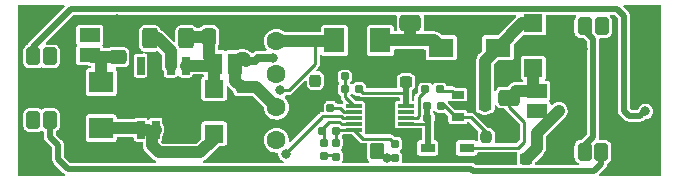
<source format=gtl>
%TF.GenerationSoftware,KiCad,Pcbnew,(6.0.4)*%
%TF.CreationDate,2022-06-19T16:10:13+03:00*%
%TF.ProjectId,Main_PCB_001,4d61696e-5f50-4434-925f-3030312e6b69,rev?*%
%TF.SameCoordinates,Original*%
%TF.FileFunction,Copper,L1,Top*%
%TF.FilePolarity,Positive*%
%FSLAX46Y46*%
G04 Gerber Fmt 4.6, Leading zero omitted, Abs format (unit mm)*
G04 Created by KiCad (PCBNEW (6.0.4)) date 2022-06-19 16:10:13*
%MOMM*%
%LPD*%
G01*
G04 APERTURE LIST*
G04 Aperture macros list*
%AMRoundRect*
0 Rectangle with rounded corners*
0 $1 Rounding radius*
0 $2 $3 $4 $5 $6 $7 $8 $9 X,Y pos of 4 corners*
0 Add a 4 corners polygon primitive as box body*
4,1,4,$2,$3,$4,$5,$6,$7,$8,$9,$2,$3,0*
0 Add four circle primitives for the rounded corners*
1,1,$1+$1,$2,$3*
1,1,$1+$1,$4,$5*
1,1,$1+$1,$6,$7*
1,1,$1+$1,$8,$9*
0 Add four rect primitives between the rounded corners*
20,1,$1+$1,$2,$3,$4,$5,0*
20,1,$1+$1,$4,$5,$6,$7,0*
20,1,$1+$1,$6,$7,$8,$9,0*
20,1,$1+$1,$8,$9,$2,$3,0*%
G04 Aperture macros list end*
%TA.AperFunction,SMDPad,CuDef*%
%ADD10RoundRect,0.300000X0.300000X0.450000X-0.300000X0.450000X-0.300000X-0.450000X0.300000X-0.450000X0*%
%TD*%
%TA.AperFunction,SMDPad,CuDef*%
%ADD11RoundRect,0.237500X0.300000X0.237500X-0.300000X0.237500X-0.300000X-0.237500X0.300000X-0.237500X0*%
%TD*%
%TA.AperFunction,SMDPad,CuDef*%
%ADD12R,2.150000X1.600000*%
%TD*%
%TA.AperFunction,SMDPad,CuDef*%
%ADD13R,0.650000X1.525000*%
%TD*%
%TA.AperFunction,SMDPad,CuDef*%
%ADD14R,2.410000X3.300000*%
%TD*%
%TA.AperFunction,SMDPad,CuDef*%
%ADD15R,1.200000X1.800000*%
%TD*%
%TA.AperFunction,SMDPad,CuDef*%
%ADD16RoundRect,0.237500X-0.237500X0.250000X-0.237500X-0.250000X0.237500X-0.250000X0.237500X0.250000X0*%
%TD*%
%TA.AperFunction,SMDPad,CuDef*%
%ADD17RoundRect,0.155000X-0.155000X0.212500X-0.155000X-0.212500X0.155000X-0.212500X0.155000X0.212500X0*%
%TD*%
%TA.AperFunction,ComponentPad*%
%ADD18C,1.350000*%
%TD*%
%TA.AperFunction,SMDPad,CuDef*%
%ADD19RoundRect,0.250000X-0.337500X-0.475000X0.337500X-0.475000X0.337500X0.475000X-0.337500X0.475000X0*%
%TD*%
%TA.AperFunction,SMDPad,CuDef*%
%ADD20RoundRect,0.160000X-0.160000X0.197500X-0.160000X-0.197500X0.160000X-0.197500X0.160000X0.197500X0*%
%TD*%
%TA.AperFunction,SMDPad,CuDef*%
%ADD21RoundRect,0.300000X-0.300000X-0.450000X0.300000X-0.450000X0.300000X0.450000X-0.300000X0.450000X0*%
%TD*%
%TA.AperFunction,SMDPad,CuDef*%
%ADD22R,1.400000X0.300000*%
%TD*%
%TA.AperFunction,SMDPad,CuDef*%
%ADD23R,1.570000X1.880000*%
%TD*%
%TA.AperFunction,ComponentPad*%
%ADD24C,1.600000*%
%TD*%
%TA.AperFunction,SMDPad,CuDef*%
%ADD25RoundRect,0.160000X-0.197500X-0.160000X0.197500X-0.160000X0.197500X0.160000X-0.197500X0.160000X0*%
%TD*%
%TA.AperFunction,SMDPad,CuDef*%
%ADD26R,1.800000X2.100000*%
%TD*%
%TA.AperFunction,SMDPad,CuDef*%
%ADD27R,1.630000X1.530000*%
%TD*%
%TA.AperFunction,SMDPad,CuDef*%
%ADD28R,2.100000X1.800000*%
%TD*%
%TA.AperFunction,SMDPad,CuDef*%
%ADD29RoundRect,0.250000X-0.400000X-0.625000X0.400000X-0.625000X0.400000X0.625000X-0.400000X0.625000X0*%
%TD*%
%TA.AperFunction,SMDPad,CuDef*%
%ADD30R,1.100000X0.650000*%
%TD*%
%TA.AperFunction,SMDPad,CuDef*%
%ADD31RoundRect,0.250000X-0.650000X0.412500X-0.650000X-0.412500X0.650000X-0.412500X0.650000X0.412500X0*%
%TD*%
%TA.AperFunction,SMDPad,CuDef*%
%ADD32RoundRect,0.155000X0.212500X0.155000X-0.212500X0.155000X-0.212500X-0.155000X0.212500X-0.155000X0*%
%TD*%
%TA.AperFunction,SMDPad,CuDef*%
%ADD33RoundRect,0.155000X0.155000X-0.212500X0.155000X0.212500X-0.155000X0.212500X-0.155000X-0.212500X0*%
%TD*%
%TA.AperFunction,SMDPad,CuDef*%
%ADD34R,1.800000X1.200000*%
%TD*%
%TA.AperFunction,SMDPad,CuDef*%
%ADD35RoundRect,0.155000X-0.212500X-0.155000X0.212500X-0.155000X0.212500X0.155000X-0.212500X0.155000X0*%
%TD*%
%TA.AperFunction,SMDPad,CuDef*%
%ADD36RoundRect,0.237500X-0.237500X0.300000X-0.237500X-0.300000X0.237500X-0.300000X0.237500X0.300000X0*%
%TD*%
%TA.AperFunction,SMDPad,CuDef*%
%ADD37R,1.250000X0.800000*%
%TD*%
%TA.AperFunction,SMDPad,CuDef*%
%ADD38RoundRect,0.250000X0.475000X-0.337500X0.475000X0.337500X-0.475000X0.337500X-0.475000X-0.337500X0*%
%TD*%
%TA.AperFunction,SMDPad,CuDef*%
%ADD39RoundRect,0.160000X0.160000X-0.197500X0.160000X0.197500X-0.160000X0.197500X-0.160000X-0.197500X0*%
%TD*%
%TA.AperFunction,SMDPad,CuDef*%
%ADD40RoundRect,0.250000X-0.350000X-0.450000X0.350000X-0.450000X0.350000X0.450000X-0.350000X0.450000X0*%
%TD*%
%TA.AperFunction,ViaPad*%
%ADD41C,0.800000*%
%TD*%
%TA.AperFunction,Conductor*%
%ADD42C,1.000000*%
%TD*%
%TA.AperFunction,Conductor*%
%ADD43C,0.250000*%
%TD*%
%TA.AperFunction,Conductor*%
%ADD44C,0.700000*%
%TD*%
%TA.AperFunction,Conductor*%
%ADD45C,0.500000*%
%TD*%
G04 APERTURE END LIST*
D10*
%TO.P,D15,1,Conn*%
%TO.N,Net-(D15-Pad1)*%
X102971600Y-103657400D03*
%TD*%
D11*
%TO.P,C16,1*%
%TO.N,Net-(C16-Pad1)*%
X133145700Y-105801000D03*
%TO.P,C16,2*%
%TO.N,GND*%
X131420700Y-105801000D03*
%TD*%
D12*
%TO.P,L7,1*%
%TO.N,Net-(C12-Pad1)*%
X136131600Y-102905400D03*
%TO.P,L7,2*%
%TO.N,Net-(D12-Pad2)*%
X140931600Y-102905400D03*
%TD*%
D13*
%TO.P,IC4,1,VIN*%
%TO.N,Net-(C10-Pad1)*%
X114477800Y-104425200D03*
%TO.P,IC4,2,ISENSE*%
%TO.N,Net-(D11-Pad1)*%
X113207800Y-104425200D03*
%TO.P,IC4,3,AGND*%
%TO.N,GND*%
X111937800Y-104425200D03*
%TO.P,IC4,4,VSET*%
%TO.N,unconnected-(IC4-Pad4)*%
X110667800Y-104425200D03*
%TO.P,IC4,5,LX_1*%
%TO.N,Net-(D10-Pad2)*%
X110667800Y-109849200D03*
%TO.P,IC4,6,LX_2*%
X111937800Y-109849200D03*
%TO.P,IC4,7,PGND_1*%
%TO.N,GND*%
X113207800Y-109849200D03*
%TO.P,IC4,8,PGND_2*%
X114477800Y-109849200D03*
D14*
%TO.P,IC4,9,EP*%
X112572800Y-107137200D03*
%TD*%
D15*
%TO.P,L3,1*%
%TO.N,Net-(C7-Pad1)*%
X118706000Y-104267000D03*
%TO.P,L3,2*%
%TO.N,Net-(C10-Pad1)*%
X117006000Y-104267000D03*
%TD*%
D16*
%TO.P,R10,1*%
%TO.N,Net-(IC5-Pad2)*%
X139954000Y-110476500D03*
%TO.P,R10,2*%
%TO.N,GND*%
X139954000Y-112301500D03*
%TD*%
D17*
%TO.P,C9,1*%
%TO.N,GND*%
X126746000Y-106884500D03*
%TO.P,C9,2*%
%TO.N,Net-(C9-Pad2)*%
X126746000Y-108019500D03*
%TD*%
D18*
%TO.P,U2,1,Mnt*%
%TO.N,GND*%
X153416000Y-112522000D03*
%TD*%
D19*
%TO.P,C10,1*%
%TO.N,Net-(C10-Pad1)*%
X116462900Y-101981000D03*
%TO.P,C10,2*%
%TO.N,GND*%
X118537900Y-101981000D03*
%TD*%
D20*
%TO.P,R5,1*%
%TO.N,Net-(C4-Pad1)*%
X127203200Y-110947200D03*
%TO.P,R5,2*%
%TO.N,Net-(C6-Pad1)*%
X127203200Y-112142200D03*
%TD*%
D21*
%TO.P,D5,1,Conn*%
%TO.N,Net-(D5-Pad1)*%
X102971600Y-109042200D03*
%TD*%
%TO.P,D7,1,Conn*%
%TO.N,Net-(D7-Pad1)*%
X148259800Y-111709200D03*
%TD*%
D22*
%TO.P,IC3,1,RC*%
%TO.N,Net-(C8-Pad2)*%
X128737000Y-107849000D03*
%TO.P,IC3,2,SS*%
%TO.N,Net-(C9-Pad2)*%
X128737000Y-108349000D03*
%TO.P,IC3,3,DIS/~{EN}*%
%TO.N,Net-(IC3-Pad3)*%
X128737000Y-108849000D03*
%TO.P,IC3,4,COMP*%
%TO.N,Net-(C4-Pad2)*%
X128737000Y-109349000D03*
%TO.P,IC3,5,FB*%
%TO.N,Net-(C4-Pad1)*%
X128737000Y-109849000D03*
%TO.P,IC3,6,GND*%
%TO.N,GND*%
X133137000Y-109849000D03*
%TO.P,IC3,7,ISNS*%
%TO.N,Net-(C15-Pad1)*%
X133137000Y-109349000D03*
%TO.P,IC3,8,GDRV*%
%TO.N,Net-(IC3-Pad8)*%
X133137000Y-108849000D03*
%TO.P,IC3,9,BP*%
%TO.N,unconnected-(IC3-Pad9)*%
X133137000Y-108349000D03*
%TO.P,IC3,10,VDD*%
%TO.N,Net-(C16-Pad1)*%
X133137000Y-107849000D03*
D23*
%TO.P,IC3,11,EP*%
%TO.N,GND*%
X130937000Y-108849000D03*
%TD*%
D24*
%TO.P,D3,1,Conn*%
%TO.N,Net-(D3-Pad1)*%
X122174000Y-105156000D03*
%TD*%
%TO.P,D1,1,Conn*%
%TO.N,Net-(C11-Pad1)*%
X122174000Y-102362000D03*
%TD*%
D25*
%TO.P,R9,1*%
%TO.N,Net-(C15-Pad1)*%
X134911500Y-107833000D03*
%TO.P,R9,2*%
%TO.N,Net-(IC5-Pad2)*%
X136106500Y-107833000D03*
%TD*%
D26*
%TO.P,L4,1*%
%TO.N,Net-(C11-Pad1)*%
X127082000Y-102295800D03*
%TO.P,L4,2*%
%TO.N,Net-(C12-Pad1)*%
X130982000Y-102295800D03*
%TD*%
D10*
%TO.P,D14,1,Conn*%
%TO.N,Net-(D13-Pad1)*%
X101574600Y-103657400D03*
%TD*%
D27*
%TO.P,D10,1*%
%TO.N,Net-(C10-Pad1)*%
X116890800Y-106380200D03*
%TO.P,D10,2*%
%TO.N,Net-(D10-Pad2)*%
X116890800Y-110180200D03*
%TD*%
D24*
%TO.P,D2,1,Conn*%
%TO.N,Net-(C7-Pad1)*%
X122174000Y-107950000D03*
%TD*%
D28*
%TO.P,L8,1*%
%TO.N,Net-(D10-Pad2)*%
X107340400Y-109722200D03*
%TO.P,L8,2*%
%TO.N,Net-(C20-Pad1)*%
X107340400Y-105822200D03*
%TD*%
D29*
%TO.P,R6,1*%
%TO.N,Net-(D11-Pad1)*%
X111429200Y-102108000D03*
%TO.P,R6,2*%
%TO.N,Net-(C10-Pad1)*%
X114529200Y-102108000D03*
%TD*%
D30*
%TO.P,IC5,1,G*%
%TO.N,Net-(IC5-Pad1)*%
X137534000Y-106883000D03*
%TO.P,IC5,2,S*%
%TO.N,Net-(IC5-Pad2)*%
X137534000Y-108783000D03*
%TO.P,IC5,3,D*%
%TO.N,Net-(D12-Pad2)*%
X139834000Y-107833000D03*
%TD*%
D11*
%TO.P,C14,1*%
%TO.N,Net-(C14-Pad1)*%
X143305700Y-112303400D03*
%TO.P,C14,2*%
%TO.N,GND*%
X141580700Y-112303400D03*
%TD*%
D31*
%TO.P,C12,1*%
%TO.N,Net-(C12-Pad1)*%
X133502400Y-100834900D03*
%TO.P,C12,2*%
%TO.N,GND*%
X133502400Y-103959900D03*
%TD*%
D32*
%TO.P,C4,1*%
%TO.N,Net-(C4-Pad1)*%
X127186500Y-109931200D03*
%TO.P,C4,2*%
%TO.N,Net-(C4-Pad2)*%
X126051500Y-109931200D03*
%TD*%
D21*
%TO.P,D6,1,Conn*%
%TO.N,Net-(D5-Pad1)*%
X149682200Y-111734600D03*
%TD*%
D33*
%TO.P,C6,1*%
%TO.N,Net-(C6-Pad1)*%
X126187200Y-112098900D03*
%TO.P,C6,2*%
%TO.N,Net-(C4-Pad2)*%
X126187200Y-110963900D03*
%TD*%
D34*
%TO.P,L9,1*%
%TO.N,Net-(C20-Pad1)*%
X106375200Y-103542200D03*
%TO.P,L9,2*%
%TO.N,Net-(D15-Pad1)*%
X106375200Y-101842200D03*
%TD*%
D21*
%TO.P,D4,1,Conn*%
%TO.N,Net-(D4-Pad1)*%
X101600000Y-109042200D03*
%TD*%
D35*
%TO.P,C8,1*%
%TO.N,GND*%
X126838900Y-105343800D03*
%TO.P,C8,2*%
%TO.N,Net-(C8-Pad2)*%
X127973900Y-105343800D03*
%TD*%
D18*
%TO.P,U5,1,Mnt*%
%TO.N,GND*%
X101600000Y-112522000D03*
%TD*%
D36*
%TO.P,C7,1*%
%TO.N,Net-(C7-Pad1)*%
X119227600Y-106249300D03*
%TO.P,C7,2*%
%TO.N,GND*%
X119227600Y-107974300D03*
%TD*%
D18*
%TO.P,U4,1,Mnt*%
%TO.N,GND*%
X153416000Y-100584000D03*
%TD*%
%TO.P,U3,1,Mnt*%
%TO.N,GND*%
X101600000Y-100584000D03*
%TD*%
D25*
%TO.P,R8,1*%
%TO.N,Net-(IC3-Pad8)*%
X134784500Y-106436000D03*
%TO.P,R8,2*%
%TO.N,Net-(IC5-Pad1)*%
X135979500Y-106436000D03*
%TD*%
D24*
%TO.P,D20,1,Conn*%
%TO.N,Net-(D20-Pad1)*%
X122174000Y-110744000D03*
%TD*%
D25*
%TO.P,R7,1*%
%TO.N,Net-(C8-Pad2)*%
X127977300Y-106410600D03*
%TO.P,R7,2*%
%TO.N,Net-(C16-Pad1)*%
X129172300Y-106410600D03*
%TD*%
D21*
%TO.P,D8,1,Conn*%
%TO.N,Net-(D7-Pad1)*%
X148259800Y-101092000D03*
%TD*%
D37*
%TO.P,Z3,1*%
%TO.N,Net-(C17-Pad1)*%
X138269600Y-111389000D03*
%TO.P,Z3,2*%
%TO.N,Net-(C15-Pad1)*%
X134969600Y-111389000D03*
%TD*%
D38*
%TO.P,C20,1*%
%TO.N,Net-(C20-Pad1)*%
X108737400Y-103729700D03*
%TO.P,C20,2*%
%TO.N,GND*%
X108737400Y-101654700D03*
%TD*%
D35*
%TO.P,C15,1*%
%TO.N,Net-(C15-Pad1)*%
X134941500Y-108849000D03*
%TO.P,C15,2*%
%TO.N,GND*%
X136076500Y-108849000D03*
%TD*%
D21*
%TO.P,D9,1,Conn*%
%TO.N,Net-(C14-Pad1)*%
X149707600Y-101092000D03*
%TD*%
D27*
%TO.P,D12,1*%
%TO.N,Net-(C17-Pad1)*%
X143916400Y-104653000D03*
%TO.P,D12,2*%
%TO.N,Net-(D12-Pad2)*%
X143916400Y-100853000D03*
%TD*%
D39*
%TO.P,R4,1*%
%TO.N,Net-(D4-Pad1)*%
X132207000Y-112240500D03*
%TO.P,R4,2*%
%TO.N,Net-(C4-Pad1)*%
X132207000Y-111045500D03*
%TD*%
D36*
%TO.P,C11,1*%
%TO.N,Net-(C11-Pad1)*%
X125476000Y-105700500D03*
%TO.P,C11,2*%
%TO.N,GND*%
X125476000Y-107425500D03*
%TD*%
D31*
%TO.P,C17,1*%
%TO.N,Net-(C17-Pad1)*%
X141884400Y-107134100D03*
%TO.P,C17,2*%
%TO.N,GND*%
X141884400Y-110259100D03*
%TD*%
D34*
%TO.P,L6,1*%
%TO.N,Net-(C14-Pad1)*%
X144221200Y-108276600D03*
%TO.P,L6,2*%
%TO.N,Net-(C17-Pad1)*%
X144221200Y-106576600D03*
%TD*%
D40*
%TO.P,R3,1*%
%TO.N,GND*%
X128692400Y-111693800D03*
%TO.P,R3,2*%
%TO.N,Net-(D4-Pad1)*%
X130692400Y-111693800D03*
%TD*%
D41*
%TO.N,GND*%
X130759200Y-109397800D03*
X114452400Y-108381800D03*
X128727200Y-111988600D03*
X146050000Y-112191800D03*
X146329400Y-101041200D03*
X138531600Y-110236000D03*
X110693200Y-108204000D03*
X146202400Y-104698800D03*
X100685600Y-105232200D03*
X131419600Y-105765600D03*
X150241000Y-103936800D03*
X104267000Y-110236000D03*
X119354600Y-111683800D03*
X139928600Y-112293400D03*
X104419400Y-101523800D03*
X108661200Y-100482400D03*
X151917400Y-112852200D03*
X105664000Y-111683800D03*
X153441400Y-103022400D03*
X103149400Y-99720400D03*
X110210600Y-111709200D03*
X150215600Y-106934000D03*
X141554200Y-112318800D03*
X102412800Y-106400600D03*
X110693200Y-106146600D03*
X148082000Y-107264200D03*
X153466800Y-105867200D03*
X100711000Y-107238800D03*
X146634200Y-109778800D03*
X108254800Y-111709200D03*
X148158200Y-103047800D03*
X150164800Y-109626400D03*
X119303800Y-109372400D03*
X142011400Y-110236000D03*
X132791200Y-104648000D03*
X138633200Y-104775000D03*
X100812600Y-110769400D03*
X120091200Y-102920800D03*
%TO.N,Net-(C11-Pad1)*%
X122478800Y-106527600D03*
%TO.N,Net-(C7-Pad1)*%
X121920000Y-103759000D03*
%TO.N,Net-(C14-Pad1)*%
X146075400Y-108280200D03*
X149682200Y-101092000D03*
%TO.N,Net-(D4-Pad1)*%
X131572000Y-112293400D03*
X101600000Y-109042200D03*
%TO.N,Net-(D5-Pad1)*%
X149682200Y-111760000D03*
X102971600Y-109067600D03*
%TO.N,Net-(D7-Pad1)*%
X148259800Y-111734600D03*
X148285200Y-101092000D03*
%TO.N,Net-(D11-Pad1)*%
X112014000Y-102082600D03*
%TO.N,Net-(D13-Pad1)*%
X101549200Y-103657400D03*
X153416000Y-108305600D03*
%TO.N,Net-(D15-Pad1)*%
X106400600Y-101676200D03*
X102997000Y-103657400D03*
%TO.N,Net-(IC3-Pad3)*%
X122986800Y-111887000D03*
%TD*%
D42*
%TO.N,Net-(C11-Pad1)*%
X127015800Y-102362000D02*
X125145800Y-102362000D01*
X125145800Y-102362000D02*
X122174000Y-102362000D01*
D43*
X125463300Y-104305100D02*
X125463300Y-102679500D01*
X123240800Y-106527600D02*
X125463300Y-104305100D01*
D42*
X127082000Y-102295800D02*
X127015800Y-102362000D01*
D43*
X125463300Y-102679500D02*
X125145800Y-102362000D01*
X122478800Y-106527600D02*
X123240800Y-106527600D01*
%TO.N,Net-(C4-Pad1)*%
X129506480Y-110618480D02*
X128737000Y-109849000D01*
X128721000Y-109865000D02*
X128737000Y-109849000D01*
X127186500Y-110762700D02*
X127254000Y-110830200D01*
X127186500Y-109865000D02*
X128721000Y-109865000D01*
X127186500Y-109776700D02*
X127186500Y-110762700D01*
X131779980Y-110618480D02*
X129506480Y-110618480D01*
X132207000Y-111045500D02*
X131779980Y-110618480D01*
%TO.N,Net-(C4-Pad2)*%
X126238000Y-109963200D02*
X126051500Y-109776700D01*
X127546343Y-109245400D02*
X127649943Y-109349000D01*
X126051500Y-109776700D02*
X126582800Y-109245400D01*
X126238000Y-110860200D02*
X126238000Y-109963200D01*
X127649943Y-109349000D02*
X128737000Y-109349000D01*
X126582800Y-109245400D02*
X127546343Y-109245400D01*
%TO.N,Net-(C6-Pad1)*%
X127254000Y-112025200D02*
X126268000Y-112025200D01*
X126268000Y-112025200D02*
X126238000Y-111995200D01*
D44*
%TO.N,Net-(C7-Pad1)*%
X120624600Y-103759000D02*
X120363289Y-104020311D01*
D42*
X119425256Y-103809800D02*
X119163200Y-103809800D01*
X122174000Y-107950000D02*
X120473300Y-106249300D01*
X118706000Y-105727700D02*
X119227600Y-106249300D01*
X120473300Y-106249300D02*
X119227600Y-106249300D01*
X119635767Y-104020311D02*
X119425256Y-103809800D01*
X119163200Y-103809800D02*
X118706000Y-104267000D01*
X118706000Y-104267000D02*
X118706000Y-105727700D01*
D44*
X121920000Y-103759000D02*
X120624600Y-103759000D01*
X120363289Y-104020311D02*
X119635767Y-104020311D01*
D43*
%TO.N,Net-(C8-Pad2)*%
X127973900Y-106407200D02*
X127977300Y-106410600D01*
X127977300Y-106410600D02*
X127977300Y-107089300D01*
X127977300Y-107089300D02*
X128737000Y-107849000D01*
X127973900Y-105343800D02*
X127973900Y-106407200D01*
%TO.N,Net-(C9-Pad2)*%
X127577499Y-108019500D02*
X126746000Y-108019500D01*
X128737000Y-108349000D02*
X127906999Y-108349000D01*
X127906999Y-108349000D02*
X127577499Y-108019500D01*
D42*
%TO.N,Net-(C10-Pad1)*%
X114477800Y-104425200D02*
X116847800Y-104425200D01*
X116462900Y-101981000D02*
X114656200Y-101981000D01*
X116890800Y-106380200D02*
X116890800Y-104382200D01*
X116462900Y-103686700D02*
X116462900Y-101981000D01*
X117006000Y-104267000D02*
X117006000Y-104229800D01*
X116847800Y-104425200D02*
X117006000Y-104267000D01*
X116890800Y-104382200D02*
X117006000Y-104267000D01*
X114656200Y-101981000D02*
X114529200Y-102108000D01*
X117006000Y-104229800D02*
X116462900Y-103686700D01*
%TO.N,Net-(C12-Pad1)*%
X133502400Y-102041800D02*
X133756400Y-102295800D01*
X133502400Y-100834900D02*
X133502400Y-102041800D01*
X130982000Y-102295800D02*
X133756400Y-102295800D01*
X133756400Y-102295800D02*
X135522000Y-102295800D01*
X135522000Y-102295800D02*
X136131600Y-102905400D01*
%TO.N,Net-(C14-Pad1)*%
X146075400Y-108280200D02*
X144221200Y-110134400D01*
X144221200Y-110134400D02*
X144221200Y-111387900D01*
X144221200Y-111387900D02*
X143305700Y-112303400D01*
D43*
%TO.N,Net-(C15-Pad1)*%
X134983600Y-109349000D02*
X135026400Y-109306200D01*
D45*
X135002000Y-108909500D02*
X134941500Y-108849000D01*
D43*
X134911500Y-108819000D02*
X134941500Y-108849000D01*
D45*
X134911500Y-107833000D02*
X134911500Y-108819000D01*
X135002000Y-111389000D02*
X135002000Y-108909500D01*
D43*
X133137000Y-109349000D02*
X134983600Y-109349000D01*
%TO.N,Net-(C17-Pad1)*%
X143154400Y-110864093D02*
X143154400Y-109201111D01*
X142629493Y-111389000D02*
X143154400Y-110864093D01*
X141884400Y-107931111D02*
X141884400Y-107134100D01*
D42*
X143916400Y-104653000D02*
X143916400Y-106271800D01*
D43*
X138302000Y-111389000D02*
X142629493Y-111389000D01*
X141884400Y-107134100D02*
X142441900Y-106576600D01*
D42*
X143916400Y-106271800D02*
X144221200Y-106576600D01*
X142441900Y-106576600D02*
X144137480Y-106576600D01*
D43*
X143154400Y-109201111D02*
X141884400Y-107931111D01*
D42*
%TO.N,Net-(C20-Pad1)*%
X107340400Y-103759000D02*
X107369700Y-103729700D01*
X107369700Y-103729700D02*
X106562700Y-103729700D01*
X108737400Y-103729700D02*
X107369700Y-103729700D01*
X106562700Y-103729700D02*
X106375200Y-103542200D01*
X107340400Y-105822200D02*
X107340400Y-103759000D01*
D43*
%TO.N,Net-(D4-Pad1)*%
X130667000Y-111643000D02*
X131327400Y-112303400D01*
X132144100Y-112303400D02*
X132207000Y-112240500D01*
X131327400Y-112303400D02*
X132144100Y-112303400D01*
D45*
%TO.N,Net-(D5-Pad1)*%
X104521000Y-113182400D02*
X103682800Y-112344200D01*
X103682800Y-112344200D02*
X103682800Y-111150400D01*
X138658600Y-113182400D02*
X104521000Y-113182400D01*
X103682800Y-111150400D02*
X103657400Y-111150400D01*
X149072600Y-113360200D02*
X138836400Y-113360200D01*
X138836400Y-113360200D02*
X138658600Y-113182400D01*
X102971600Y-110464600D02*
X102971600Y-109067600D01*
X149682200Y-111760000D02*
X149682200Y-112750600D01*
X149682200Y-112750600D02*
X149072600Y-113360200D01*
X103657400Y-111150400D02*
X102971600Y-110464600D01*
%TO.N,Net-(D7-Pad1)*%
X147964800Y-111496200D02*
X147964800Y-111734600D01*
X148971000Y-110490000D02*
X147964800Y-111496200D01*
X148285200Y-101092000D02*
X148285200Y-101479581D01*
X148285200Y-101479581D02*
X148971000Y-102165381D01*
X148971000Y-102165381D02*
X148971000Y-110490000D01*
D42*
%TO.N,Net-(D10-Pad2)*%
X116890800Y-110180200D02*
X116890800Y-110617000D01*
X107340400Y-109722200D02*
X110540800Y-109722200D01*
X111607600Y-110179400D02*
X111937800Y-109849200D01*
X116890800Y-110617000D02*
X115722400Y-111785400D01*
X110667800Y-109849200D02*
X111277400Y-109849200D01*
X111607600Y-111175800D02*
X111607600Y-110179400D01*
X112217200Y-111785400D02*
X111607600Y-111175800D01*
X110540800Y-109722200D02*
X110667800Y-109849200D01*
X115722400Y-111785400D02*
X112217200Y-111785400D01*
X111277400Y-109849200D02*
X111607600Y-110179400D01*
%TO.N,Net-(D11-Pad1)*%
X113207800Y-103208678D02*
X112107122Y-102108000D01*
X112107122Y-102108000D02*
X111429200Y-102108000D01*
X113207800Y-104425200D02*
X113207800Y-103208678D01*
%TO.N,Net-(D12-Pad2)*%
X140931600Y-102905400D02*
X142984000Y-100853000D01*
X139834000Y-104003000D02*
X140931600Y-102905400D01*
X139834000Y-107833000D02*
X139834000Y-104003000D01*
X142984000Y-100853000D02*
X143762480Y-100853000D01*
D45*
%TO.N,Net-(D13-Pad1)*%
X104755311Y-99638489D02*
X104755311Y-99663889D01*
X152958800Y-108661200D02*
X153416000Y-108204000D01*
X101574600Y-102844600D02*
X101574600Y-103657400D01*
X151993600Y-108661200D02*
X152958800Y-108661200D01*
X104755311Y-99663889D02*
X101574600Y-102844600D01*
X151587200Y-100228400D02*
X151587200Y-108254800D01*
X150997289Y-99638489D02*
X104780711Y-99638489D01*
X101574600Y-103657400D02*
X101498400Y-103657400D01*
X101396800Y-103276400D02*
X101396800Y-103657400D01*
X151003000Y-99644200D02*
X151587200Y-100228400D01*
X151587200Y-108254800D02*
X151993600Y-108661200D01*
D43*
%TO.N,Net-(IC3-Pad3)*%
X126060200Y-108737400D02*
X127674061Y-108737400D01*
X127785661Y-108849000D02*
X128737000Y-108849000D01*
X122986800Y-111887000D02*
X122986800Y-111816801D01*
X127674061Y-108737400D02*
X127785661Y-108849000D01*
X122986800Y-111816801D02*
X126058521Y-108745080D01*
%TO.N,Net-(IC3-Pad8)*%
X133137000Y-108849000D02*
X134112000Y-108849000D01*
X134229480Y-107118020D02*
X134784500Y-106563000D01*
X134112000Y-108849000D02*
X134229480Y-108731520D01*
X134229480Y-108731520D02*
X134229480Y-107118020D01*
%TO.N,Net-(IC5-Pad1)*%
X137353000Y-106883000D02*
X137033000Y-106563000D01*
X137534000Y-106883000D02*
X137353000Y-106883000D01*
X137033000Y-106563000D02*
X135979500Y-106563000D01*
%TO.N,Net-(IC5-Pad2)*%
X136106500Y-107706000D02*
X136271000Y-107706000D01*
X137348000Y-108783000D02*
X137534000Y-108783000D01*
X137534000Y-108783000D02*
X138604700Y-108783000D01*
X138604700Y-108783000D02*
X139991500Y-110169800D01*
X136271000Y-107706000D02*
X137348000Y-108783000D01*
%TO.N,Net-(C16-Pad1)*%
X129172300Y-106410600D02*
X129486900Y-106725200D01*
X133145700Y-105801000D02*
X133137000Y-105809700D01*
D45*
X133137000Y-107721600D02*
X133146800Y-107731400D01*
X133137000Y-105809700D02*
X133137000Y-107721600D01*
D43*
X133146800Y-107731400D02*
X133146800Y-107839200D01*
X129486900Y-106725200D02*
X133137000Y-106725200D01*
X133146800Y-107839200D02*
X133137000Y-107849000D01*
%TD*%
%TA.AperFunction,Conductor*%
%TO.N,GND*%
G36*
X104210412Y-99333407D02*
G01*
X104246376Y-99382907D01*
X104246376Y-99444093D01*
X104222225Y-99483504D01*
X101265670Y-102440059D01*
X101255590Y-102448112D01*
X101255596Y-102448119D01*
X101250226Y-102452690D01*
X101244261Y-102456453D01*
X101220023Y-102483897D01*
X101208384Y-102497076D01*
X101204184Y-102501545D01*
X101192249Y-102513480D01*
X101190137Y-102516298D01*
X101185395Y-102522625D01*
X101180387Y-102528777D01*
X101148599Y-102564770D01*
X101144169Y-102574206D01*
X101133775Y-102591503D01*
X101127530Y-102599836D01*
X101114725Y-102633994D01*
X101112406Y-102640179D01*
X101074275Y-102688029D01*
X101056150Y-102697474D01*
X100999835Y-102719770D01*
X100878823Y-102811623D01*
X100874737Y-102817006D01*
X100798737Y-102917133D01*
X100786970Y-102932635D01*
X100731044Y-103073890D01*
X100720100Y-103164323D01*
X100720101Y-104150476D01*
X100720460Y-104153442D01*
X100720460Y-104153444D01*
X100723268Y-104176648D01*
X100731044Y-104240910D01*
X100786970Y-104382165D01*
X100791050Y-104387540D01*
X100791051Y-104387542D01*
X100864419Y-104484200D01*
X100878823Y-104503177D01*
X100884206Y-104507263D01*
X100992775Y-104589671D01*
X100999835Y-104595030D01*
X101141090Y-104650956D01*
X101231523Y-104661900D01*
X101574542Y-104661900D01*
X101917676Y-104661899D01*
X101920642Y-104661540D01*
X101920644Y-104661540D01*
X102001796Y-104651720D01*
X102008110Y-104650956D01*
X102014026Y-104648614D01*
X102143091Y-104597514D01*
X102149365Y-104595030D01*
X102213247Y-104546541D01*
X102271026Y-104526420D01*
X102332953Y-104546541D01*
X102396835Y-104595030D01*
X102538090Y-104650956D01*
X102628523Y-104661900D01*
X102971542Y-104661900D01*
X103314676Y-104661899D01*
X103317642Y-104661540D01*
X103317644Y-104661540D01*
X103398796Y-104651720D01*
X103405110Y-104650956D01*
X103411026Y-104648614D01*
X103540091Y-104597514D01*
X103546365Y-104595030D01*
X103553426Y-104589671D01*
X103661994Y-104507263D01*
X103667377Y-104503177D01*
X103681781Y-104484200D01*
X103755149Y-104387542D01*
X103755150Y-104387540D01*
X103759230Y-104382165D01*
X103815156Y-104240910D01*
X103826100Y-104150477D01*
X103826099Y-103164324D01*
X103824056Y-103147436D01*
X103815920Y-103080204D01*
X103815156Y-103073890D01*
X103812741Y-103067789D01*
X103761714Y-102938909D01*
X103759230Y-102932635D01*
X103747464Y-102917133D01*
X105220700Y-102917133D01*
X105220701Y-104167266D01*
X105221649Y-104172032D01*
X105221649Y-104172033D01*
X105222788Y-104177761D01*
X105235466Y-104241501D01*
X105291716Y-104325684D01*
X105375899Y-104381934D01*
X105385462Y-104383836D01*
X105385464Y-104383837D01*
X105404092Y-104387542D01*
X105450133Y-104396700D01*
X106185814Y-104396700D01*
X106227706Y-104406000D01*
X106228306Y-104406280D01*
X106229754Y-104406957D01*
X106232820Y-104408455D01*
X106297912Y-104441693D01*
X106303496Y-104443059D01*
X106308894Y-104445067D01*
X106308853Y-104445178D01*
X106312215Y-104446362D01*
X106312252Y-104446250D01*
X106317713Y-104448067D01*
X106322921Y-104450501D01*
X106328548Y-104451671D01*
X106328550Y-104451672D01*
X106346455Y-104455396D01*
X106394478Y-104465384D01*
X106397815Y-104466139D01*
X106423967Y-104472538D01*
X106475995Y-104504735D01*
X106499162Y-104561365D01*
X106484618Y-104620797D01*
X106437919Y-104660330D01*
X106400434Y-104667701D01*
X106265334Y-104667701D01*
X106260568Y-104668649D01*
X106260567Y-104668649D01*
X106213516Y-104678007D01*
X106191099Y-104682466D01*
X106106916Y-104738716D01*
X106050666Y-104822899D01*
X106048764Y-104832462D01*
X106048763Y-104832464D01*
X106045307Y-104849842D01*
X106035900Y-104897133D01*
X106035901Y-106747266D01*
X106036849Y-106752031D01*
X106036849Y-106752033D01*
X106044003Y-106787999D01*
X106050666Y-106821501D01*
X106106916Y-106905684D01*
X106191099Y-106961934D01*
X106200662Y-106963836D01*
X106200664Y-106963837D01*
X106226733Y-106969022D01*
X106265333Y-106976700D01*
X107340178Y-106976700D01*
X108415466Y-106976699D01*
X108420232Y-106975751D01*
X108420233Y-106975751D01*
X108480138Y-106963836D01*
X108489701Y-106961934D01*
X108573884Y-106905684D01*
X108630134Y-106821501D01*
X108632703Y-106808590D01*
X108643952Y-106752031D01*
X108644900Y-106747267D01*
X108644899Y-104897134D01*
X108630134Y-104822899D01*
X108573884Y-104738716D01*
X108571282Y-104736978D01*
X108545404Y-104686187D01*
X108554975Y-104625755D01*
X108598240Y-104582490D01*
X108643185Y-104571700D01*
X109260156Y-104571700D01*
X109321848Y-104564998D01*
X109457164Y-104514271D01*
X109557493Y-104439079D01*
X109567156Y-104431837D01*
X109572804Y-104427604D01*
X109578349Y-104420206D01*
X109611093Y-104376515D01*
X109659471Y-104311964D01*
X109710198Y-104176648D01*
X109716900Y-104114956D01*
X109716900Y-103637633D01*
X110088300Y-103637633D01*
X110088301Y-105212766D01*
X110089249Y-105217531D01*
X110089249Y-105217533D01*
X110098607Y-105264584D01*
X110103066Y-105287001D01*
X110159316Y-105371184D01*
X110243499Y-105427434D01*
X110253062Y-105429336D01*
X110253064Y-105429337D01*
X110283981Y-105435486D01*
X110317733Y-105442200D01*
X110667727Y-105442200D01*
X111017866Y-105442199D01*
X111022632Y-105441251D01*
X111022633Y-105441251D01*
X111082538Y-105429336D01*
X111092101Y-105427434D01*
X111176284Y-105371184D01*
X111232534Y-105287001D01*
X111235039Y-105274410D01*
X111246352Y-105217531D01*
X111247300Y-105212767D01*
X111247299Y-103637634D01*
X111240159Y-103601733D01*
X111234436Y-103572962D01*
X111232534Y-103563399D01*
X111176284Y-103479216D01*
X111097810Y-103426781D01*
X111097808Y-103426779D01*
X111092101Y-103422966D01*
X111092552Y-103422290D01*
X111052670Y-103388226D01*
X111038387Y-103328731D01*
X111061803Y-103272204D01*
X111113972Y-103240235D01*
X111137082Y-103237500D01*
X111876956Y-103237500D01*
X111938648Y-103230798D01*
X112042069Y-103192028D01*
X112103191Y-103189305D01*
X112146822Y-103214724D01*
X112424304Y-103492206D01*
X112452081Y-103546723D01*
X112453300Y-103562210D01*
X112453300Y-104469253D01*
X112468538Y-104599954D01*
X112470500Y-104605360D01*
X112470501Y-104605363D01*
X112516939Y-104733297D01*
X112528568Y-104765334D01*
X112531721Y-104770143D01*
X112531723Y-104770147D01*
X112612093Y-104892730D01*
X112628301Y-104947011D01*
X112628301Y-105212766D01*
X112629249Y-105217531D01*
X112629249Y-105217533D01*
X112638607Y-105264584D01*
X112643066Y-105287001D01*
X112699316Y-105371184D01*
X112783499Y-105427434D01*
X112793062Y-105429336D01*
X112793064Y-105429337D01*
X112823981Y-105435486D01*
X112857733Y-105442200D01*
X113207727Y-105442200D01*
X113557866Y-105442199D01*
X113562632Y-105441251D01*
X113562633Y-105441251D01*
X113622538Y-105429336D01*
X113632101Y-105427434D01*
X113716284Y-105371184D01*
X113760486Y-105305033D01*
X113808535Y-105267154D01*
X113869673Y-105264752D01*
X113920547Y-105298745D01*
X113925112Y-105305029D01*
X113969316Y-105371184D01*
X114053499Y-105427434D01*
X114063062Y-105429336D01*
X114063064Y-105429337D01*
X114093981Y-105435486D01*
X114127733Y-105442200D01*
X114477727Y-105442200D01*
X114827866Y-105442199D01*
X114832632Y-105441251D01*
X114832633Y-105441251D01*
X114892538Y-105429336D01*
X114902101Y-105427434D01*
X114986284Y-105371184D01*
X115042534Y-105287001D01*
X115045039Y-105274410D01*
X115048027Y-105259386D01*
X115077924Y-105206002D01*
X115133489Y-105180386D01*
X115145125Y-105179700D01*
X115956385Y-105179700D01*
X116014576Y-105198607D01*
X116050540Y-105248107D01*
X116050540Y-105309293D01*
X116014576Y-105358793D01*
X115994270Y-105370164D01*
X115986062Y-105373564D01*
X115976499Y-105375466D01*
X115892316Y-105431716D01*
X115836066Y-105515899D01*
X115834164Y-105525462D01*
X115834163Y-105525464D01*
X115831287Y-105539923D01*
X115821300Y-105590133D01*
X115821301Y-107170266D01*
X115822249Y-107175031D01*
X115822249Y-107175033D01*
X115827885Y-107203368D01*
X115836066Y-107244501D01*
X115892316Y-107328684D01*
X115976499Y-107384934D01*
X115986062Y-107386836D01*
X115986064Y-107386837D01*
X116009428Y-107391484D01*
X116050733Y-107399700D01*
X116890627Y-107399700D01*
X117730866Y-107399699D01*
X117735632Y-107398751D01*
X117735633Y-107398751D01*
X117795538Y-107386836D01*
X117805101Y-107384934D01*
X117889284Y-107328684D01*
X117945534Y-107244501D01*
X117947809Y-107233067D01*
X117956671Y-107188512D01*
X117960300Y-107170267D01*
X117960299Y-106290770D01*
X117979206Y-106232580D01*
X118028706Y-106196616D01*
X118089892Y-106196616D01*
X118127383Y-106218899D01*
X118179374Y-106268150D01*
X118181293Y-106270018D01*
X118330061Y-106418785D01*
X118472345Y-106561069D01*
X118500763Y-106620381D01*
X118504636Y-106656036D01*
X118554107Y-106787999D01*
X118558337Y-106793643D01*
X118558338Y-106793645D01*
X118632880Y-106893107D01*
X118638626Y-106900774D01*
X118644274Y-106905007D01*
X118745755Y-106981062D01*
X118745757Y-106981063D01*
X118751401Y-106985293D01*
X118758007Y-106987770D01*
X118758008Y-106987770D01*
X118849005Y-107021883D01*
X118883364Y-107034764D01*
X118889536Y-107035434D01*
X118889538Y-107035435D01*
X118915481Y-107038253D01*
X118943530Y-107041300D01*
X119511670Y-107041300D01*
X119539719Y-107038253D01*
X119565662Y-107035435D01*
X119565664Y-107035434D01*
X119571836Y-107034764D01*
X119637627Y-107010100D01*
X119672379Y-107003800D01*
X120119767Y-107003800D01*
X120177958Y-107022707D01*
X120189771Y-107032796D01*
X121090930Y-107933954D01*
X121118707Y-107988471D01*
X121119578Y-107995668D01*
X121121963Y-108024066D01*
X121130245Y-108122684D01*
X121131806Y-108141278D01*
X121133139Y-108145926D01*
X121133139Y-108145927D01*
X121186643Y-108332518D01*
X121188807Y-108340066D01*
X121191022Y-108344376D01*
X121223463Y-108407499D01*
X121283334Y-108523995D01*
X121411786Y-108686061D01*
X121415466Y-108689193D01*
X121415468Y-108689195D01*
X121522527Y-108780309D01*
X121569271Y-108820091D01*
X121749789Y-108920980D01*
X121754387Y-108922474D01*
X121941861Y-108983388D01*
X121941863Y-108983389D01*
X121946466Y-108984884D01*
X122151809Y-109009370D01*
X122156631Y-109008999D01*
X122156633Y-109008999D01*
X122353170Y-108993876D01*
X122353175Y-108993875D01*
X122357998Y-108993504D01*
X122557178Y-108937892D01*
X122561491Y-108935713D01*
X122561497Y-108935711D01*
X122737442Y-108846835D01*
X122737444Y-108846833D01*
X122741763Y-108844652D01*
X122904722Y-108717334D01*
X123039848Y-108560789D01*
X123107586Y-108441549D01*
X123139606Y-108385185D01*
X123139607Y-108385182D01*
X123141995Y-108380979D01*
X123200472Y-108205190D01*
X123205743Y-108189344D01*
X123205743Y-108189342D01*
X123207270Y-108184753D01*
X123210838Y-108156515D01*
X123223569Y-108055737D01*
X123233189Y-107979586D01*
X123233602Y-107950000D01*
X123216044Y-107770928D01*
X123213894Y-107748999D01*
X123213893Y-107748995D01*
X123213422Y-107744189D01*
X123205849Y-107719104D01*
X123176257Y-107621093D01*
X123153651Y-107546217D01*
X123098284Y-107442087D01*
X123058838Y-107367899D01*
X123058836Y-107367895D01*
X123056565Y-107363625D01*
X123050833Y-107356596D01*
X122928924Y-107207121D01*
X122928923Y-107207120D01*
X122925863Y-107203368D01*
X122899544Y-107181595D01*
X122866759Y-107129934D01*
X122870601Y-107068870D01*
X122898353Y-107030034D01*
X122901406Y-107027427D01*
X122964114Y-106973869D01*
X122982466Y-106948330D01*
X123031774Y-106912107D01*
X123062861Y-106907100D01*
X123189753Y-106907100D01*
X123210591Y-106909318D01*
X123214676Y-106910198D01*
X123214679Y-106910198D01*
X123222676Y-106911920D01*
X123257604Y-106907786D01*
X123265769Y-106907305D01*
X123268246Y-106907100D01*
X123272324Y-106907100D01*
X123284397Y-106905090D01*
X123291982Y-106903828D01*
X123296601Y-106903170D01*
X123325198Y-106899785D01*
X123348141Y-106897070D01*
X123355023Y-106893765D01*
X123357892Y-106892858D01*
X123365426Y-106891604D01*
X123411104Y-106866958D01*
X123415254Y-106864843D01*
X123456415Y-106845078D01*
X123462032Y-106842381D01*
X123466308Y-106838786D01*
X123467809Y-106837285D01*
X123468654Y-106836510D01*
X123470642Y-106834832D01*
X123476614Y-106831610D01*
X123513547Y-106791656D01*
X123516240Y-106788854D01*
X124577496Y-105727598D01*
X124632013Y-105699821D01*
X124692445Y-105709392D01*
X124735710Y-105752657D01*
X124746500Y-105797602D01*
X124746500Y-106047070D01*
X124746789Y-106049729D01*
X124751337Y-106091592D01*
X124753036Y-106107236D01*
X124755216Y-106113051D01*
X124797123Y-106224836D01*
X124802507Y-106239199D01*
X124806737Y-106244843D01*
X124806738Y-106244845D01*
X124865825Y-106323685D01*
X124887026Y-106351974D01*
X124892674Y-106356207D01*
X124994155Y-106432262D01*
X124994157Y-106432263D01*
X124999801Y-106436493D01*
X125131764Y-106485964D01*
X125137936Y-106486634D01*
X125137938Y-106486635D01*
X125172556Y-106490395D01*
X125191930Y-106492500D01*
X125760070Y-106492500D01*
X125779444Y-106490395D01*
X125814062Y-106486635D01*
X125814064Y-106486634D01*
X125820236Y-106485964D01*
X125952199Y-106436493D01*
X125957843Y-106432263D01*
X125957845Y-106432262D01*
X126059326Y-106356207D01*
X126064974Y-106351974D01*
X126086175Y-106323685D01*
X126145262Y-106244845D01*
X126145263Y-106244843D01*
X126149493Y-106239199D01*
X126154878Y-106224836D01*
X126196784Y-106113051D01*
X126198964Y-106107236D01*
X126200664Y-106091592D01*
X126205211Y-106049729D01*
X126205500Y-106047070D01*
X126205500Y-105353930D01*
X126198964Y-105293764D01*
X126149493Y-105161801D01*
X126145146Y-105156000D01*
X126069207Y-105054674D01*
X126064974Y-105049026D01*
X126059326Y-105044793D01*
X125957845Y-104968738D01*
X125957843Y-104968737D01*
X125952199Y-104964507D01*
X125888196Y-104940513D01*
X125826051Y-104917216D01*
X125820236Y-104915036D01*
X125814064Y-104914366D01*
X125814062Y-104914365D01*
X125779444Y-104910605D01*
X125760070Y-104908500D01*
X125635602Y-104908500D01*
X125577411Y-104889593D01*
X125541447Y-104840093D01*
X125541447Y-104778907D01*
X125565598Y-104739496D01*
X125695554Y-104609540D01*
X125711855Y-104596377D01*
X125722240Y-104589671D01*
X125744012Y-104562053D01*
X125749448Y-104555935D01*
X125751051Y-104554043D01*
X125753938Y-104551156D01*
X125765527Y-104534939D01*
X125768327Y-104531209D01*
X125795392Y-104496877D01*
X125795393Y-104496876D01*
X125800456Y-104490453D01*
X125802983Y-104483256D01*
X125804373Y-104480581D01*
X125808814Y-104474366D01*
X125823686Y-104424637D01*
X125825126Y-104420206D01*
X125840256Y-104377122D01*
X125840257Y-104377119D01*
X125842318Y-104371249D01*
X125842800Y-104365684D01*
X125842800Y-104363541D01*
X125842848Y-104362427D01*
X125843068Y-104359826D01*
X125845013Y-104353322D01*
X125843609Y-104317574D01*
X125842876Y-104298930D01*
X125842800Y-104295043D01*
X125842800Y-103609885D01*
X125861707Y-103551694D01*
X125911207Y-103515730D01*
X125972393Y-103515730D01*
X125997353Y-103531025D01*
X125998516Y-103529284D01*
X126082699Y-103585534D01*
X126092262Y-103587436D01*
X126092264Y-103587437D01*
X126112340Y-103591430D01*
X126156933Y-103600300D01*
X127081809Y-103600300D01*
X128007066Y-103600299D01*
X128011832Y-103599351D01*
X128011833Y-103599351D01*
X128071738Y-103587436D01*
X128081301Y-103585534D01*
X128165484Y-103529284D01*
X128221734Y-103445101D01*
X128224051Y-103433456D01*
X128233047Y-103388226D01*
X128236500Y-103370867D01*
X128236499Y-101220734D01*
X128221734Y-101146499D01*
X128165484Y-101062316D01*
X128081301Y-101006066D01*
X128071738Y-101004164D01*
X128071736Y-101004163D01*
X128040819Y-100998014D01*
X128007067Y-100991300D01*
X127082191Y-100991300D01*
X126156934Y-100991301D01*
X126152168Y-100992249D01*
X126152167Y-100992249D01*
X126110367Y-101000563D01*
X126082699Y-101006066D01*
X125998516Y-101062316D01*
X125942266Y-101146499D01*
X125927500Y-101220733D01*
X125927500Y-101508500D01*
X125908593Y-101566691D01*
X125859093Y-101602655D01*
X125828500Y-101607500D01*
X122951994Y-101607500D01*
X122893803Y-101588593D01*
X122888889Y-101584781D01*
X122858653Y-101559767D01*
X122810249Y-101519724D01*
X122770249Y-101486633D01*
X122770247Y-101486632D01*
X122766522Y-101483550D01*
X122625959Y-101407548D01*
X122588866Y-101387492D01*
X122588865Y-101387492D01*
X122584612Y-101385192D01*
X122493048Y-101356848D01*
X122391684Y-101325470D01*
X122391680Y-101325469D01*
X122387063Y-101324040D01*
X122382256Y-101323535D01*
X122382252Y-101323534D01*
X122186213Y-101302930D01*
X122186211Y-101302930D01*
X122181397Y-101302424D01*
X122120925Y-101307927D01*
X121980269Y-101320727D01*
X121980264Y-101320728D01*
X121975450Y-101321166D01*
X121915651Y-101338766D01*
X121781713Y-101378186D01*
X121781710Y-101378187D01*
X121777066Y-101379554D01*
X121593801Y-101475363D01*
X121432635Y-101604943D01*
X121429528Y-101608646D01*
X121302817Y-101759654D01*
X121302814Y-101759658D01*
X121299708Y-101763360D01*
X121200082Y-101944578D01*
X121137553Y-102141696D01*
X121130311Y-102206258D01*
X121117604Y-102319546D01*
X121114501Y-102347206D01*
X121114906Y-102352026D01*
X121129499Y-102525801D01*
X121131806Y-102553278D01*
X121133139Y-102557926D01*
X121133139Y-102557927D01*
X121185602Y-102740888D01*
X121188807Y-102752066D01*
X121191022Y-102756376D01*
X121231172Y-102834500D01*
X121283334Y-102935995D01*
X121286342Y-102939790D01*
X121329313Y-102994006D01*
X121350640Y-103051354D01*
X121334186Y-103110286D01*
X121286236Y-103148291D01*
X121251727Y-103154500D01*
X120670709Y-103154500D01*
X120657787Y-103153653D01*
X120631034Y-103150131D01*
X120624600Y-103149284D01*
X120618166Y-103150131D01*
X120473227Y-103169212D01*
X120473226Y-103169212D01*
X120466794Y-103170059D01*
X120416440Y-103190917D01*
X120319742Y-103230970D01*
X120193466Y-103327866D01*
X120189515Y-103333015D01*
X120189512Y-103333018D01*
X120182682Y-103341919D01*
X120132258Y-103376575D01*
X120071093Y-103374974D01*
X120034136Y-103351656D01*
X120004532Y-103322052D01*
X119994800Y-103310727D01*
X119984228Y-103296361D01*
X119984227Y-103296360D01*
X119980819Y-103291729D01*
X119976437Y-103288007D01*
X119976435Y-103288004D01*
X119939953Y-103257011D01*
X119934047Y-103251567D01*
X119927618Y-103245138D01*
X119917599Y-103237211D01*
X119905095Y-103227319D01*
X119902422Y-103225127D01*
X119884913Y-103210252D01*
X119846736Y-103177818D01*
X119841614Y-103175203D01*
X119836826Y-103172009D01*
X119836892Y-103171910D01*
X119833888Y-103169981D01*
X119833825Y-103170083D01*
X119828935Y-103167063D01*
X119824423Y-103163493D01*
X119758210Y-103132547D01*
X119755119Y-103131035D01*
X119695168Y-103100423D01*
X119695165Y-103100422D01*
X119690044Y-103097807D01*
X119684461Y-103096441D01*
X119679068Y-103094435D01*
X119679109Y-103094325D01*
X119675737Y-103093137D01*
X119675700Y-103093249D01*
X119670244Y-103091434D01*
X119665034Y-103088999D01*
X119659407Y-103087829D01*
X119659405Y-103087828D01*
X119616711Y-103078948D01*
X119593480Y-103074117D01*
X119590145Y-103073362D01*
X119519148Y-103055989D01*
X119514750Y-103055716D01*
X119514749Y-103055716D01*
X119508042Y-103055300D01*
X119508056Y-103055082D01*
X119504164Y-103054622D01*
X119504143Y-103054854D01*
X119498409Y-103054342D01*
X119492783Y-103053172D01*
X119487041Y-103053327D01*
X119487037Y-103053327D01*
X119415471Y-103055264D01*
X119412793Y-103055300D01*
X119227922Y-103055300D01*
X119213032Y-103054174D01*
X119195399Y-103051491D01*
X119195396Y-103051491D01*
X119189711Y-103050626D01*
X119137733Y-103054854D01*
X119136258Y-103054974D01*
X119128232Y-103055300D01*
X119119147Y-103055300D01*
X119090614Y-103058627D01*
X119087177Y-103058967D01*
X119014352Y-103064890D01*
X119008885Y-103066661D01*
X119003239Y-103067789D01*
X119003216Y-103067674D01*
X118999730Y-103068434D01*
X118999757Y-103068549D01*
X118994163Y-103069871D01*
X118988446Y-103070538D01*
X118919746Y-103095475D01*
X118916491Y-103096593D01*
X118882259Y-103107682D01*
X118851750Y-103112500D01*
X118267408Y-103112501D01*
X118080934Y-103112501D01*
X118076168Y-103113449D01*
X118076167Y-103113449D01*
X118029116Y-103122807D01*
X118006699Y-103127266D01*
X117922516Y-103183516D01*
X117921523Y-103185002D01*
X117871487Y-103210496D01*
X117811055Y-103200925D01*
X117791740Y-103186892D01*
X117789484Y-103183516D01*
X117705301Y-103127266D01*
X117695738Y-103125364D01*
X117695736Y-103125363D01*
X117651176Y-103116500D01*
X117631067Y-103112500D01*
X117316400Y-103112500D01*
X117258209Y-103093593D01*
X117222245Y-103044093D01*
X117217400Y-103013500D01*
X117217400Y-102773869D01*
X117237179Y-102714498D01*
X117243241Y-102706409D01*
X117243243Y-102706406D01*
X117247471Y-102700764D01*
X117250682Y-102692200D01*
X117256487Y-102676713D01*
X117298198Y-102565448D01*
X117304900Y-102503756D01*
X117304900Y-101458244D01*
X117298198Y-101396552D01*
X117247471Y-101261236D01*
X117160804Y-101145596D01*
X117045164Y-101058929D01*
X116909848Y-101008202D01*
X116848156Y-101001500D01*
X116077644Y-101001500D01*
X116015952Y-101008202D01*
X115880636Y-101058929D01*
X115764996Y-101145596D01*
X115760763Y-101151244D01*
X115760762Y-101151245D01*
X115734060Y-101186873D01*
X115684032Y-101222098D01*
X115654840Y-101226500D01*
X115416997Y-101226500D01*
X115358806Y-101207593D01*
X115337776Y-101186872D01*
X115293837Y-101128244D01*
X115289604Y-101122596D01*
X115173964Y-101035929D01*
X115038648Y-100985202D01*
X114976956Y-100978500D01*
X114081444Y-100978500D01*
X114019752Y-100985202D01*
X113884436Y-101035929D01*
X113768796Y-101122596D01*
X113682129Y-101238236D01*
X113631402Y-101373552D01*
X113624700Y-101435244D01*
X113624700Y-102319546D01*
X113605793Y-102377737D01*
X113556293Y-102413701D01*
X113495107Y-102413701D01*
X113455696Y-102389550D01*
X112686398Y-101620252D01*
X112676666Y-101608927D01*
X112666094Y-101594561D01*
X112666093Y-101594560D01*
X112662685Y-101589929D01*
X112658303Y-101586207D01*
X112658301Y-101586204D01*
X112621819Y-101555211D01*
X112615913Y-101549767D01*
X112609484Y-101543338D01*
X112606863Y-101541264D01*
X112586961Y-101525519D01*
X112584288Y-101523327D01*
X112580047Y-101519724D01*
X112528602Y-101476018D01*
X112523480Y-101473403D01*
X112518692Y-101470209D01*
X112518758Y-101470110D01*
X112515754Y-101468181D01*
X112515691Y-101468283D01*
X112510801Y-101465263D01*
X112506289Y-101461693D01*
X112440076Y-101430747D01*
X112436985Y-101429235D01*
X112377040Y-101398625D01*
X112377029Y-101398621D01*
X112371910Y-101396007D01*
X112370797Y-101395735D01*
X112324199Y-101358802D01*
X112313957Y-101338766D01*
X112307360Y-101321166D01*
X112276271Y-101238236D01*
X112189604Y-101122596D01*
X112073964Y-101035929D01*
X111938648Y-100985202D01*
X111876956Y-100978500D01*
X110981444Y-100978500D01*
X110919752Y-100985202D01*
X110784436Y-101035929D01*
X110668796Y-101122596D01*
X110582129Y-101238236D01*
X110531402Y-101373552D01*
X110524700Y-101435244D01*
X110524700Y-102780756D01*
X110531402Y-102842448D01*
X110582129Y-102977764D01*
X110668796Y-103093404D01*
X110784436Y-103180071D01*
X110791038Y-103182546D01*
X110881612Y-103216500D01*
X110929463Y-103254630D01*
X110945763Y-103313604D01*
X110924286Y-103370896D01*
X110873235Y-103404622D01*
X110846861Y-103408200D01*
X110337082Y-103408201D01*
X110317734Y-103408201D01*
X110312968Y-103409149D01*
X110312967Y-103409149D01*
X110265916Y-103418507D01*
X110243499Y-103422966D01*
X110159316Y-103479216D01*
X110103066Y-103563399D01*
X110101164Y-103572962D01*
X110101163Y-103572964D01*
X110095726Y-103600299D01*
X110088300Y-103637633D01*
X109716900Y-103637633D01*
X109716900Y-103344444D01*
X109710198Y-103282752D01*
X109659471Y-103147436D01*
X109572804Y-103031796D01*
X109457164Y-102945129D01*
X109321848Y-102894402D01*
X109260156Y-102887700D01*
X108214644Y-102887700D01*
X108152952Y-102894402D01*
X108017636Y-102945129D01*
X108011994Y-102949357D01*
X108011991Y-102949359D01*
X108003902Y-102955421D01*
X107944531Y-102975200D01*
X107622496Y-102975200D01*
X107564305Y-102956293D01*
X107528341Y-102906793D01*
X107525398Y-102895511D01*
X107525178Y-102894402D01*
X107514934Y-102842899D01*
X107458684Y-102758716D01*
X107457198Y-102757723D01*
X107431704Y-102707687D01*
X107441275Y-102647255D01*
X107455308Y-102627940D01*
X107458684Y-102625684D01*
X107514934Y-102541501D01*
X107529700Y-102467267D01*
X107529699Y-101217134D01*
X107514934Y-101142899D01*
X107458684Y-101058716D01*
X107374501Y-101002466D01*
X107364938Y-101000564D01*
X107364936Y-101000563D01*
X107323131Y-100992248D01*
X107300267Y-100987700D01*
X106375391Y-100987700D01*
X105450134Y-100987701D01*
X105445368Y-100988649D01*
X105445367Y-100988649D01*
X105398316Y-100998007D01*
X105375899Y-101002466D01*
X105291716Y-101058716D01*
X105235466Y-101142899D01*
X105233564Y-101152462D01*
X105233563Y-101152464D01*
X105232847Y-101156064D01*
X105220700Y-101217133D01*
X105220701Y-102467266D01*
X105235466Y-102541501D01*
X105291716Y-102625684D01*
X105293202Y-102626677D01*
X105318696Y-102676713D01*
X105309125Y-102737145D01*
X105295092Y-102756460D01*
X105291716Y-102758716D01*
X105235466Y-102842899D01*
X105233564Y-102852462D01*
X105233564Y-102852463D01*
X105220700Y-102917133D01*
X103747464Y-102917133D01*
X103671463Y-102817006D01*
X103667377Y-102811623D01*
X103657212Y-102803907D01*
X103551742Y-102723851D01*
X103551740Y-102723850D01*
X103546365Y-102719770D01*
X103405110Y-102663844D01*
X103314677Y-102652900D01*
X103292689Y-102652900D01*
X102718778Y-102652901D01*
X102660587Y-102633994D01*
X102624623Y-102584494D01*
X102624623Y-102523308D01*
X102648774Y-102483897D01*
X104960685Y-100171985D01*
X105015202Y-100144208D01*
X105030689Y-100142989D01*
X132275477Y-100142989D01*
X132333668Y-100161896D01*
X132369632Y-100211396D01*
X132368177Y-100276740D01*
X132354602Y-100312952D01*
X132347900Y-100374644D01*
X132347900Y-101295156D01*
X132354602Y-101356848D01*
X132373609Y-101407550D01*
X132376332Y-101468673D01*
X132342606Y-101519724D01*
X132280909Y-101541300D01*
X132235499Y-101541300D01*
X132177308Y-101522393D01*
X132141344Y-101472893D01*
X132136499Y-101442300D01*
X132136499Y-101220734D01*
X132121734Y-101146499D01*
X132065484Y-101062316D01*
X131981301Y-101006066D01*
X131971738Y-101004164D01*
X131971736Y-101004163D01*
X131940819Y-100998014D01*
X131907067Y-100991300D01*
X130982191Y-100991300D01*
X130056934Y-100991301D01*
X130052168Y-100992249D01*
X130052167Y-100992249D01*
X130010367Y-101000563D01*
X129982699Y-101006066D01*
X129898516Y-101062316D01*
X129842266Y-101146499D01*
X129827500Y-101220733D01*
X129827501Y-103370866D01*
X129842266Y-103445101D01*
X129898516Y-103529284D01*
X129982699Y-103585534D01*
X129992262Y-103587436D01*
X129992264Y-103587437D01*
X130012340Y-103591430D01*
X130056933Y-103600300D01*
X130981809Y-103600300D01*
X131907066Y-103600299D01*
X131911832Y-103599351D01*
X131911833Y-103599351D01*
X131971738Y-103587436D01*
X131981301Y-103585534D01*
X132065484Y-103529284D01*
X132121734Y-103445101D01*
X132124051Y-103433456D01*
X132133047Y-103388226D01*
X132136500Y-103370867D01*
X132136500Y-103149300D01*
X132155407Y-103091109D01*
X132204907Y-103055145D01*
X132235500Y-103050300D01*
X133668453Y-103050300D01*
X133677470Y-103051227D01*
X133677513Y-103050746D01*
X133683247Y-103051258D01*
X133688873Y-103052428D01*
X133694615Y-103052273D01*
X133694619Y-103052273D01*
X133766185Y-103050336D01*
X133768863Y-103050300D01*
X134703101Y-103050300D01*
X134761292Y-103069207D01*
X134797256Y-103118707D01*
X134802101Y-103149300D01*
X134802101Y-103730466D01*
X134803049Y-103735231D01*
X134803049Y-103735233D01*
X134805825Y-103749188D01*
X134816866Y-103804701D01*
X134873116Y-103888884D01*
X134957299Y-103945134D01*
X134966862Y-103947036D01*
X134966864Y-103947037D01*
X134997781Y-103953186D01*
X135031533Y-103959900D01*
X136131373Y-103959900D01*
X137231666Y-103959899D01*
X137236432Y-103958951D01*
X137236433Y-103958951D01*
X137296338Y-103947036D01*
X137305901Y-103945134D01*
X137390084Y-103888884D01*
X137446334Y-103804701D01*
X137461100Y-103730467D01*
X137461099Y-102080334D01*
X137446334Y-102006099D01*
X137390084Y-101921916D01*
X137305901Y-101865666D01*
X137296338Y-101863764D01*
X137296336Y-101863763D01*
X137265419Y-101857614D01*
X137231667Y-101850900D01*
X136185132Y-101850900D01*
X136126941Y-101831993D01*
X136115128Y-101821904D01*
X136101276Y-101808052D01*
X136091544Y-101796727D01*
X136080972Y-101782361D01*
X136080971Y-101782360D01*
X136077563Y-101777729D01*
X136073181Y-101774007D01*
X136073179Y-101774004D01*
X136036697Y-101743011D01*
X136030791Y-101737567D01*
X136024362Y-101731138D01*
X136001839Y-101713319D01*
X135999166Y-101711127D01*
X135949809Y-101669195D01*
X135943480Y-101663818D01*
X135938358Y-101661203D01*
X135933570Y-101658009D01*
X135933636Y-101657910D01*
X135930632Y-101655981D01*
X135930569Y-101656083D01*
X135925679Y-101653063D01*
X135921167Y-101649493D01*
X135854954Y-101618547D01*
X135851863Y-101617035D01*
X135791912Y-101586423D01*
X135791909Y-101586422D01*
X135786788Y-101583807D01*
X135781205Y-101582441D01*
X135775812Y-101580435D01*
X135775853Y-101580325D01*
X135772481Y-101579137D01*
X135772444Y-101579249D01*
X135766988Y-101577434D01*
X135761778Y-101574999D01*
X135756151Y-101573829D01*
X135756149Y-101573828D01*
X135713455Y-101564948D01*
X135690224Y-101560117D01*
X135686889Y-101559362D01*
X135615892Y-101541989D01*
X135611494Y-101541716D01*
X135611493Y-101541716D01*
X135604786Y-101541300D01*
X135604800Y-101541082D01*
X135600908Y-101540622D01*
X135600887Y-101540854D01*
X135595153Y-101540342D01*
X135589527Y-101539172D01*
X135583785Y-101539327D01*
X135583781Y-101539327D01*
X135512215Y-101541264D01*
X135509537Y-101541300D01*
X134723891Y-101541300D01*
X134665700Y-101522393D01*
X134629736Y-101472893D01*
X134631191Y-101407550D01*
X134650198Y-101356848D01*
X134656900Y-101295156D01*
X134656900Y-100374644D01*
X134650198Y-100312952D01*
X134636623Y-100276740D01*
X134633901Y-100215615D01*
X134667627Y-100164564D01*
X134729323Y-100142989D01*
X142387121Y-100142989D01*
X142445312Y-100161896D01*
X142481276Y-100211396D01*
X142481276Y-100272582D01*
X142458994Y-100310071D01*
X142443532Y-100326393D01*
X142441702Y-100328274D01*
X140948071Y-101821905D01*
X140893554Y-101849682D01*
X140878067Y-101850901D01*
X139831534Y-101850901D01*
X139826768Y-101851849D01*
X139826767Y-101851849D01*
X139797179Y-101857734D01*
X139757299Y-101865666D01*
X139673116Y-101921916D01*
X139616866Y-102006099D01*
X139602100Y-102080333D01*
X139602101Y-102622196D01*
X139602101Y-103126867D01*
X139583194Y-103185058D01*
X139573105Y-103196871D01*
X139346252Y-103423724D01*
X139334927Y-103433456D01*
X139315929Y-103447437D01*
X139312207Y-103451819D01*
X139312204Y-103451821D01*
X139281211Y-103488303D01*
X139275767Y-103494209D01*
X139269338Y-103500638D01*
X139267559Y-103502887D01*
X139267556Y-103502890D01*
X139251519Y-103523161D01*
X139249327Y-103525834D01*
X139202018Y-103581520D01*
X139199403Y-103586642D01*
X139196209Y-103591430D01*
X139196110Y-103591364D01*
X139194181Y-103594368D01*
X139194283Y-103594431D01*
X139191263Y-103599321D01*
X139187693Y-103603833D01*
X139158706Y-103665855D01*
X139156753Y-103670033D01*
X139155235Y-103673137D01*
X139124623Y-103733088D01*
X139122007Y-103738212D01*
X139120641Y-103743795D01*
X139118635Y-103749188D01*
X139118525Y-103749147D01*
X139117337Y-103752519D01*
X139117449Y-103752556D01*
X139115634Y-103758012D01*
X139113199Y-103763222D01*
X139112029Y-103768849D01*
X139112028Y-103768851D01*
X139098318Y-103834769D01*
X139097562Y-103838111D01*
X139080189Y-103909108D01*
X139079500Y-103920214D01*
X139079282Y-103920200D01*
X139078822Y-103924092D01*
X139079054Y-103924113D01*
X139078542Y-103929847D01*
X139077372Y-103935473D01*
X139077527Y-103941215D01*
X139077527Y-103941219D01*
X139079464Y-104012785D01*
X139079500Y-104015463D01*
X139079500Y-107325937D01*
X139062815Y-107380938D01*
X139044266Y-107408699D01*
X139042364Y-107418262D01*
X139042363Y-107418264D01*
X139040705Y-107426600D01*
X139029500Y-107482933D01*
X139029501Y-108183066D01*
X139030449Y-108187831D01*
X139030449Y-108187833D01*
X139036124Y-108216363D01*
X139044266Y-108257301D01*
X139100516Y-108341484D01*
X139184699Y-108397734D01*
X139194262Y-108399636D01*
X139194264Y-108399637D01*
X139225181Y-108405786D01*
X139258933Y-108412500D01*
X139309149Y-108412500D01*
X139367340Y-108431407D01*
X139371359Y-108434747D01*
X139374789Y-108437313D01*
X139378960Y-108441264D01*
X139448703Y-108481774D01*
X139523449Y-108525190D01*
X139531096Y-108529632D01*
X139576225Y-108543300D01*
X139693974Y-108578963D01*
X139693979Y-108578964D01*
X139699480Y-108580630D01*
X139816391Y-108587883D01*
X139869340Y-108591168D01*
X139869341Y-108591168D01*
X139875080Y-108591524D01*
X140048477Y-108561729D01*
X140078103Y-108549123D01*
X140205078Y-108495095D01*
X140205079Y-108495095D01*
X140210368Y-108492844D01*
X140293368Y-108431763D01*
X140352047Y-108412499D01*
X140409066Y-108412499D01*
X140413832Y-108411551D01*
X140413833Y-108411551D01*
X140473738Y-108399636D01*
X140483301Y-108397734D01*
X140567484Y-108341484D01*
X140623734Y-108257301D01*
X140627241Y-108239674D01*
X140634247Y-108204448D01*
X140638500Y-108183067D01*
X140638500Y-107889953D01*
X140657407Y-107831762D01*
X140706907Y-107795798D01*
X140768093Y-107795798D01*
X140816720Y-107830580D01*
X140873996Y-107907004D01*
X140989636Y-107993671D01*
X141124952Y-108044398D01*
X141186644Y-108051100D01*
X141458720Y-108051100D01*
X141516911Y-108070007D01*
X141547964Y-108107246D01*
X141569619Y-108152343D01*
X141573214Y-108156619D01*
X141574715Y-108158120D01*
X141575490Y-108158965D01*
X141577168Y-108160953D01*
X141580390Y-108166925D01*
X141604643Y-108189344D01*
X141620343Y-108203857D01*
X141623146Y-108206551D01*
X142745904Y-109329309D01*
X142773681Y-109383826D01*
X142774900Y-109399313D01*
X142774900Y-110665891D01*
X142755993Y-110724082D01*
X142745904Y-110735895D01*
X142501295Y-110980504D01*
X142446778Y-111008281D01*
X142431291Y-111009500D01*
X140753727Y-111009500D01*
X140695536Y-110990593D01*
X140659572Y-110941093D01*
X140661027Y-110875748D01*
X140674784Y-110839051D01*
X140676964Y-110833236D01*
X140677748Y-110826025D01*
X140682263Y-110784458D01*
X140683500Y-110773070D01*
X140683500Y-110179930D01*
X140681077Y-110157625D01*
X140677635Y-110125938D01*
X140677634Y-110125932D01*
X140676964Y-110119764D01*
X140639267Y-110019209D01*
X140629970Y-109994408D01*
X140629970Y-109994407D01*
X140627493Y-109987801D01*
X140621520Y-109979830D01*
X140547207Y-109880674D01*
X140542974Y-109875026D01*
X140527260Y-109863249D01*
X140435845Y-109794738D01*
X140435843Y-109794737D01*
X140430199Y-109790507D01*
X140298236Y-109741036D01*
X140292064Y-109740366D01*
X140292062Y-109740365D01*
X140252200Y-109736035D01*
X140238070Y-109734500D01*
X140133902Y-109734500D01*
X140075711Y-109715593D01*
X140063898Y-109705504D01*
X138909140Y-108550746D01*
X138895977Y-108534445D01*
X138889271Y-108524060D01*
X138861653Y-108502288D01*
X138855535Y-108496852D01*
X138853643Y-108495249D01*
X138850756Y-108492362D01*
X138834539Y-108480773D01*
X138830809Y-108477973D01*
X138796477Y-108450908D01*
X138796476Y-108450907D01*
X138790053Y-108445844D01*
X138782856Y-108443317D01*
X138780181Y-108441927D01*
X138773966Y-108437486D01*
X138724237Y-108422614D01*
X138719806Y-108421174D01*
X138676722Y-108406044D01*
X138676719Y-108406043D01*
X138670849Y-108403982D01*
X138665284Y-108403500D01*
X138663141Y-108403500D01*
X138662027Y-108403452D01*
X138659426Y-108403232D01*
X138652922Y-108401287D01*
X138644746Y-108401608D01*
X138644744Y-108401608D01*
X138598530Y-108403424D01*
X138594643Y-108403500D01*
X138406382Y-108403500D01*
X138348191Y-108384593D01*
X138326377Y-108356933D01*
X138323734Y-108358699D01*
X138272903Y-108282626D01*
X138267484Y-108274516D01*
X138183301Y-108218266D01*
X138173738Y-108216364D01*
X138173736Y-108216363D01*
X138142819Y-108210214D01*
X138109067Y-108203500D01*
X138023923Y-108203500D01*
X137346203Y-108203501D01*
X137288012Y-108184594D01*
X137276199Y-108174505D01*
X136736808Y-107635114D01*
X136709031Y-107580596D01*
X136704346Y-107551012D01*
X136704346Y-107551011D01*
X136703127Y-107543316D01*
X136699691Y-107536572D01*
X136699692Y-107475500D01*
X136735657Y-107426000D01*
X136793848Y-107407094D01*
X136848848Y-107423779D01*
X136884699Y-107447734D01*
X136894262Y-107449636D01*
X136894264Y-107449637D01*
X136925181Y-107455786D01*
X136958933Y-107462500D01*
X137533881Y-107462500D01*
X138109066Y-107462499D01*
X138113832Y-107461551D01*
X138113833Y-107461551D01*
X138160884Y-107452193D01*
X138183301Y-107447734D01*
X138267484Y-107391484D01*
X138323734Y-107307301D01*
X138330626Y-107272655D01*
X138333441Y-107258500D01*
X138338500Y-107233067D01*
X138338499Y-106532934D01*
X138323734Y-106458699D01*
X138267484Y-106374516D01*
X138183301Y-106318266D01*
X138173738Y-106316364D01*
X138173736Y-106316363D01*
X138142819Y-106310214D01*
X138109067Y-106303500D01*
X138010888Y-106303500D01*
X137351203Y-106303501D01*
X137293012Y-106284594D01*
X137285107Y-106277842D01*
X137285064Y-106277893D01*
X137281942Y-106275248D01*
X137279056Y-106272362D01*
X137262839Y-106260773D01*
X137259109Y-106257973D01*
X137224777Y-106230908D01*
X137224776Y-106230907D01*
X137218353Y-106225844D01*
X137211156Y-106223317D01*
X137208481Y-106221927D01*
X137202266Y-106217486D01*
X137152537Y-106202614D01*
X137148106Y-106201174D01*
X137105022Y-106186044D01*
X137105019Y-106186043D01*
X137099149Y-106183982D01*
X137093584Y-106183500D01*
X137091441Y-106183500D01*
X137090327Y-106183452D01*
X137087726Y-106183232D01*
X137081222Y-106181287D01*
X137073046Y-106181608D01*
X137073044Y-106181608D01*
X137026830Y-106183424D01*
X137022943Y-106183500D01*
X136655741Y-106183500D01*
X136597550Y-106164593D01*
X136567531Y-106129445D01*
X136520054Y-106036265D01*
X136520053Y-106036263D01*
X136516518Y-106029326D01*
X136423674Y-105936482D01*
X136416737Y-105932947D01*
X136416735Y-105932946D01*
X136313624Y-105880409D01*
X136306684Y-105876873D01*
X136298990Y-105875654D01*
X136298989Y-105875654D01*
X136213469Y-105862109D01*
X136213467Y-105862109D01*
X136209623Y-105861500D01*
X135979530Y-105861500D01*
X135749378Y-105861501D01*
X135745535Y-105862110D01*
X135745530Y-105862110D01*
X135715761Y-105866825D01*
X135652316Y-105876873D01*
X135615945Y-105895405D01*
X135542265Y-105932946D01*
X135542263Y-105932947D01*
X135535326Y-105936482D01*
X135452004Y-106019804D01*
X135397487Y-106047581D01*
X135337055Y-106038010D01*
X135311996Y-106019804D01*
X135228674Y-105936482D01*
X135221737Y-105932947D01*
X135221735Y-105932946D01*
X135118624Y-105880409D01*
X135111684Y-105876873D01*
X135103990Y-105875654D01*
X135103989Y-105875654D01*
X135018469Y-105862109D01*
X135018467Y-105862109D01*
X135014623Y-105861500D01*
X134784530Y-105861500D01*
X134554378Y-105861501D01*
X134550535Y-105862110D01*
X134550530Y-105862110D01*
X134520761Y-105866825D01*
X134457316Y-105876873D01*
X134420945Y-105895405D01*
X134347265Y-105932946D01*
X134347263Y-105932947D01*
X134340326Y-105936482D01*
X134247482Y-106029326D01*
X134243947Y-106036263D01*
X134243946Y-106036265D01*
X134196894Y-106128611D01*
X134187873Y-106146316D01*
X134186654Y-106154010D01*
X134186654Y-106154011D01*
X134175277Y-106225844D01*
X134172500Y-106243377D01*
X134172501Y-106432262D01*
X134172501Y-106597297D01*
X134153594Y-106655488D01*
X134143505Y-106667301D01*
X133997226Y-106813580D01*
X133980925Y-106826743D01*
X133970540Y-106833449D01*
X133965476Y-106839873D01*
X133948768Y-106861067D01*
X133943332Y-106867185D01*
X133941729Y-106869077D01*
X133938842Y-106871964D01*
X133928485Y-106886457D01*
X133927253Y-106888181D01*
X133924453Y-106891911D01*
X133909324Y-106911103D01*
X133892324Y-106932667D01*
X133889797Y-106939864D01*
X133888407Y-106942539D01*
X133883966Y-106948754D01*
X133873097Y-106985099D01*
X133869095Y-106998479D01*
X133867654Y-107002914D01*
X133854276Y-107041011D01*
X133850462Y-107051871D01*
X133849980Y-107057436D01*
X133849980Y-107059579D01*
X133849932Y-107060693D01*
X133849712Y-107063294D01*
X133847767Y-107069798D01*
X133848088Y-107077974D01*
X133848088Y-107077976D01*
X133849904Y-107124190D01*
X133849980Y-107128077D01*
X133849980Y-107345500D01*
X133831073Y-107403691D01*
X133781573Y-107439655D01*
X133750980Y-107444500D01*
X133740500Y-107444500D01*
X133682309Y-107425593D01*
X133646345Y-107376093D01*
X133641500Y-107345500D01*
X133641500Y-106555505D01*
X133660407Y-106497314D01*
X133685169Y-106475521D01*
X133684399Y-106474493D01*
X133791526Y-106394207D01*
X133797174Y-106389974D01*
X133822481Y-106356207D01*
X133877462Y-106282845D01*
X133877463Y-106282843D01*
X133881693Y-106277199D01*
X133888362Y-106259411D01*
X133928984Y-106151051D01*
X133931164Y-106145236D01*
X133932880Y-106129445D01*
X133937411Y-106087729D01*
X133937700Y-106085070D01*
X133937700Y-105516930D01*
X133932061Y-105465021D01*
X133931835Y-105462938D01*
X133931834Y-105462936D01*
X133931164Y-105456764D01*
X133881693Y-105324801D01*
X133863060Y-105299938D01*
X133801407Y-105217674D01*
X133797174Y-105212026D01*
X133776899Y-105196831D01*
X133690045Y-105131738D01*
X133690043Y-105131737D01*
X133684399Y-105127507D01*
X133552436Y-105078036D01*
X133546264Y-105077366D01*
X133546262Y-105077365D01*
X133511644Y-105073605D01*
X133492270Y-105071500D01*
X132799130Y-105071500D01*
X132779756Y-105073605D01*
X132745138Y-105077365D01*
X132745136Y-105077366D01*
X132738964Y-105078036D01*
X132607001Y-105127507D01*
X132601357Y-105131737D01*
X132601355Y-105131738D01*
X132514501Y-105196831D01*
X132494226Y-105212026D01*
X132489993Y-105217674D01*
X132428341Y-105299938D01*
X132409707Y-105324801D01*
X132360236Y-105456764D01*
X132359566Y-105462936D01*
X132359565Y-105462938D01*
X132359339Y-105465021D01*
X132353700Y-105516930D01*
X132353700Y-106085070D01*
X132353989Y-106087729D01*
X132358521Y-106129445D01*
X132360236Y-106145236D01*
X132362416Y-106151051D01*
X132362417Y-106151054D01*
X132385245Y-106211949D01*
X132387967Y-106273073D01*
X132354242Y-106324124D01*
X132292545Y-106345700D01*
X129883299Y-106345700D01*
X129825108Y-106326793D01*
X129789144Y-106277293D01*
X129784299Y-106246700D01*
X129784299Y-106217978D01*
X129783345Y-106211949D01*
X129774168Y-106154011D01*
X129768927Y-106120916D01*
X129726685Y-106038010D01*
X129712854Y-106010865D01*
X129712853Y-106010863D01*
X129709318Y-106003926D01*
X129616474Y-105911082D01*
X129609537Y-105907547D01*
X129609535Y-105907546D01*
X129506424Y-105855009D01*
X129499484Y-105851473D01*
X129491790Y-105850254D01*
X129491789Y-105850254D01*
X129406269Y-105836709D01*
X129406267Y-105836709D01*
X129402423Y-105836100D01*
X129172330Y-105836100D01*
X128942178Y-105836101D01*
X128938335Y-105836710D01*
X128938330Y-105836710D01*
X128911320Y-105840988D01*
X128845116Y-105851473D01*
X128794429Y-105877299D01*
X128735065Y-105907546D01*
X128735063Y-105907547D01*
X128728126Y-105911082D01*
X128644804Y-105994404D01*
X128590287Y-106022181D01*
X128529855Y-106012610D01*
X128504796Y-105994404D01*
X128457360Y-105946968D01*
X128429583Y-105892451D01*
X128439154Y-105832019D01*
X128457360Y-105806960D01*
X128521822Y-105742498D01*
X128525662Y-105734963D01*
X128577176Y-105633860D01*
X128577176Y-105633859D01*
X128580712Y-105626920D01*
X128583193Y-105611260D01*
X128595291Y-105534872D01*
X128595291Y-105534870D01*
X128595900Y-105531026D01*
X128595900Y-105156574D01*
X128595291Y-105152728D01*
X128581931Y-105068375D01*
X128581931Y-105068374D01*
X128580712Y-105060680D01*
X128572617Y-105044793D01*
X128525358Y-104952041D01*
X128525357Y-104952039D01*
X128521822Y-104945102D01*
X128430098Y-104853378D01*
X128423161Y-104849843D01*
X128423159Y-104849842D01*
X128321460Y-104798024D01*
X128321459Y-104798024D01*
X128314520Y-104794488D01*
X128306826Y-104793269D01*
X128306825Y-104793269D01*
X128222472Y-104779909D01*
X128222470Y-104779909D01*
X128218626Y-104779300D01*
X127729174Y-104779300D01*
X127725330Y-104779909D01*
X127725328Y-104779909D01*
X127640975Y-104793269D01*
X127640974Y-104793269D01*
X127633280Y-104794488D01*
X127626341Y-104798024D01*
X127626340Y-104798024D01*
X127524641Y-104849842D01*
X127524639Y-104849843D01*
X127517702Y-104853378D01*
X127425978Y-104945102D01*
X127422443Y-104952039D01*
X127422442Y-104952041D01*
X127375183Y-105044793D01*
X127367088Y-105060680D01*
X127365869Y-105068374D01*
X127365869Y-105068375D01*
X127352509Y-105152728D01*
X127351900Y-105156574D01*
X127351900Y-105531026D01*
X127352509Y-105534870D01*
X127352509Y-105534872D01*
X127364608Y-105611260D01*
X127367088Y-105626920D01*
X127370624Y-105633859D01*
X127370624Y-105633860D01*
X127422139Y-105734963D01*
X127425978Y-105742498D01*
X127493840Y-105810360D01*
X127521617Y-105864877D01*
X127512046Y-105925309D01*
X127493840Y-105950368D01*
X127440282Y-106003926D01*
X127436747Y-106010863D01*
X127436746Y-106010865D01*
X127387643Y-106107236D01*
X127380673Y-106120916D01*
X127379454Y-106128610D01*
X127379454Y-106128611D01*
X127366778Y-106208646D01*
X127365300Y-106217977D01*
X127365301Y-106603222D01*
X127365910Y-106607065D01*
X127365910Y-106607070D01*
X127371945Y-106645171D01*
X127380673Y-106700284D01*
X127393615Y-106725684D01*
X127430981Y-106799019D01*
X127440282Y-106817274D01*
X127533126Y-106910118D01*
X127540065Y-106913653D01*
X127540071Y-106913658D01*
X127543747Y-106915531D01*
X127587011Y-106958796D01*
X127597800Y-107003739D01*
X127597800Y-107038253D01*
X127595582Y-107059090D01*
X127592980Y-107071176D01*
X127596891Y-107104218D01*
X127597114Y-107106102D01*
X127597595Y-107114269D01*
X127597800Y-107116746D01*
X127597800Y-107120824D01*
X127599810Y-107132897D01*
X127601072Y-107140482D01*
X127601730Y-107145101D01*
X127607830Y-107196641D01*
X127611135Y-107203523D01*
X127612042Y-107206392D01*
X127613296Y-107213926D01*
X127637676Y-107259110D01*
X127637939Y-107259597D01*
X127640053Y-107263747D01*
X127662519Y-107310532D01*
X127666114Y-107314808D01*
X127667615Y-107316309D01*
X127668390Y-107317154D01*
X127670068Y-107319142D01*
X127673290Y-107325114D01*
X127713243Y-107362046D01*
X127716046Y-107364740D01*
X127801395Y-107450089D01*
X127829172Y-107504606D01*
X127819601Y-107565038D01*
X127813706Y-107575095D01*
X127797266Y-107599699D01*
X127797073Y-107600669D01*
X127760929Y-107642988D01*
X127701434Y-107657271D01*
X127676399Y-107651983D01*
X127649525Y-107642545D01*
X127649519Y-107642544D01*
X127643648Y-107640482D01*
X127638083Y-107640000D01*
X127635940Y-107640000D01*
X127634826Y-107639952D01*
X127632225Y-107639732D01*
X127625721Y-107637787D01*
X127617545Y-107638108D01*
X127617543Y-107638108D01*
X127571329Y-107639924D01*
X127567442Y-107640000D01*
X127336168Y-107640000D01*
X127277977Y-107621093D01*
X127247960Y-107585946D01*
X127236422Y-107563302D01*
X127144698Y-107471578D01*
X127137761Y-107468043D01*
X127137759Y-107468042D01*
X127036060Y-107416224D01*
X127036059Y-107416224D01*
X127029120Y-107412688D01*
X127021426Y-107411469D01*
X127021425Y-107411469D01*
X126937072Y-107398109D01*
X126937070Y-107398109D01*
X126933226Y-107397500D01*
X126558774Y-107397500D01*
X126554930Y-107398109D01*
X126554928Y-107398109D01*
X126470575Y-107411469D01*
X126470574Y-107411469D01*
X126462880Y-107412688D01*
X126455941Y-107416224D01*
X126455940Y-107416224D01*
X126354241Y-107468042D01*
X126354239Y-107468043D01*
X126347302Y-107471578D01*
X126255578Y-107563302D01*
X126252043Y-107570239D01*
X126252042Y-107570241D01*
X126214976Y-107642988D01*
X126196688Y-107678880D01*
X126195469Y-107686574D01*
X126195469Y-107686575D01*
X126182109Y-107770928D01*
X126181500Y-107774774D01*
X126181500Y-108258900D01*
X126162593Y-108317091D01*
X126113093Y-108353055D01*
X126082500Y-108357900D01*
X126028676Y-108357900D01*
X126024652Y-108358570D01*
X126024649Y-108358570D01*
X125987286Y-108364789D01*
X125935574Y-108373396D01*
X125893865Y-108395901D01*
X125831587Y-108429504D01*
X125831585Y-108429506D01*
X125824386Y-108433390D01*
X125738626Y-108526165D01*
X125738023Y-108527529D01*
X125732089Y-108534818D01*
X123400039Y-110866868D01*
X123345522Y-110894645D01*
X123285090Y-110885074D01*
X123241825Y-110841809D01*
X123231815Y-110784460D01*
X123233189Y-110773586D01*
X123233291Y-110766318D01*
X123233453Y-110754683D01*
X123233602Y-110744000D01*
X123218739Y-110592415D01*
X123213894Y-110542999D01*
X123213893Y-110542995D01*
X123213422Y-110538189D01*
X123209047Y-110523696D01*
X123185822Y-110446774D01*
X123153651Y-110340217D01*
X123089769Y-110220073D01*
X123058838Y-110161899D01*
X123058836Y-110161895D01*
X123056565Y-110157625D01*
X123043540Y-110141654D01*
X122928924Y-110001121D01*
X122928923Y-110001120D01*
X122925863Y-109997368D01*
X122766522Y-109865550D01*
X122639569Y-109796907D01*
X122588866Y-109769492D01*
X122588865Y-109769492D01*
X122584612Y-109767192D01*
X122498827Y-109740637D01*
X122391684Y-109707470D01*
X122391680Y-109707469D01*
X122387063Y-109706040D01*
X122382256Y-109705535D01*
X122382252Y-109705534D01*
X122186213Y-109684930D01*
X122186211Y-109684930D01*
X122181397Y-109684424D01*
X122120925Y-109689927D01*
X121980269Y-109702727D01*
X121980264Y-109702728D01*
X121975450Y-109703166D01*
X121942309Y-109712920D01*
X121781713Y-109760186D01*
X121781710Y-109760187D01*
X121777066Y-109761554D01*
X121593801Y-109857363D01*
X121590032Y-109860393D01*
X121590031Y-109860394D01*
X121565332Y-109880252D01*
X121432635Y-109986943D01*
X121420738Y-110001121D01*
X121302817Y-110141654D01*
X121302814Y-110141658D01*
X121299708Y-110145360D01*
X121200082Y-110326578D01*
X121137553Y-110523696D01*
X121126749Y-110620016D01*
X121115076Y-110724082D01*
X121114501Y-110729206D01*
X121122719Y-110827062D01*
X121130818Y-110923507D01*
X121131806Y-110935278D01*
X121133139Y-110939926D01*
X121133139Y-110939927D01*
X121187264Y-111128684D01*
X121188807Y-111134066D01*
X121191022Y-111138376D01*
X121200801Y-111157404D01*
X121283334Y-111317995D01*
X121411786Y-111480061D01*
X121415466Y-111483193D01*
X121415468Y-111483195D01*
X121472109Y-111531400D01*
X121569271Y-111614091D01*
X121749789Y-111714980D01*
X121754387Y-111716474D01*
X121941861Y-111777388D01*
X121941863Y-111777389D01*
X121946466Y-111778884D01*
X122151809Y-111803370D01*
X122156631Y-111802999D01*
X122156632Y-111802999D01*
X122169122Y-111802038D01*
X122222163Y-111797956D01*
X122281631Y-111812343D01*
X122321287Y-111858937D01*
X122328159Y-111885798D01*
X122344913Y-112037553D01*
X122352264Y-112057641D01*
X122397301Y-112180713D01*
X122397303Y-112180717D01*
X122399353Y-112186319D01*
X122487708Y-112317805D01*
X122492119Y-112321819D01*
X122492121Y-112321821D01*
X122577646Y-112399642D01*
X122604876Y-112424419D01*
X122675283Y-112462647D01*
X122729154Y-112491897D01*
X122771271Y-112536280D01*
X122779257Y-112596942D01*
X122750062Y-112650712D01*
X122694837Y-112677053D01*
X122681915Y-112677900D01*
X116042489Y-112677900D01*
X115984298Y-112658993D01*
X115948334Y-112609493D01*
X115948334Y-112548307D01*
X115984298Y-112498807D01*
X116011979Y-112484719D01*
X116033150Y-112477861D01*
X116033152Y-112477860D01*
X116038622Y-112476088D01*
X116043537Y-112473106D01*
X116048768Y-112470711D01*
X116048817Y-112470819D01*
X116052037Y-112469276D01*
X116051984Y-112469171D01*
X116057130Y-112466594D01*
X116062534Y-112464632D01*
X116073631Y-112457357D01*
X116123636Y-112424572D01*
X116126558Y-112422728D01*
X116185267Y-112387102D01*
X116189033Y-112384817D01*
X116197374Y-112377451D01*
X116197519Y-112377615D01*
X116200596Y-112375188D01*
X116200446Y-112375009D01*
X116204859Y-112371319D01*
X116209668Y-112368166D01*
X116262832Y-112312045D01*
X116264699Y-112310126D01*
X116801742Y-111773083D01*
X117346129Y-111228695D01*
X117400646Y-111200918D01*
X117416133Y-111199699D01*
X117730866Y-111199699D01*
X117735632Y-111198751D01*
X117735633Y-111198751D01*
X117795538Y-111186836D01*
X117805101Y-111184934D01*
X117889284Y-111128684D01*
X117945534Y-111044501D01*
X117948240Y-111030900D01*
X117954411Y-110999872D01*
X117960300Y-110970267D01*
X117960299Y-109390134D01*
X117945534Y-109315899D01*
X117889284Y-109231716D01*
X117805101Y-109175466D01*
X117795538Y-109173564D01*
X117795536Y-109173563D01*
X117757371Y-109165972D01*
X117730867Y-109160700D01*
X116890973Y-109160700D01*
X116050734Y-109160701D01*
X116045968Y-109161649D01*
X116045967Y-109161649D01*
X116012855Y-109168235D01*
X115976499Y-109175466D01*
X115892316Y-109231716D01*
X115836066Y-109315899D01*
X115834164Y-109325462D01*
X115834163Y-109325464D01*
X115830811Y-109342317D01*
X115821300Y-109390133D01*
X115821301Y-110002847D01*
X115821301Y-110578467D01*
X115802394Y-110636658D01*
X115792305Y-110648471D01*
X115438872Y-111001904D01*
X115384355Y-111029681D01*
X115368868Y-111030900D01*
X112570732Y-111030900D01*
X112512541Y-111011993D01*
X112500728Y-111001904D01*
X112438805Y-110939981D01*
X112411028Y-110885464D01*
X112420599Y-110825032D01*
X112438512Y-110800377D01*
X112446284Y-110795184D01*
X112502534Y-110711001D01*
X112505270Y-110697250D01*
X112515211Y-110647267D01*
X112517300Y-110636767D01*
X112517300Y-110367235D01*
X112538661Y-110305809D01*
X112580538Y-110252879D01*
X112584107Y-110248368D01*
X112586541Y-110243161D01*
X112586543Y-110243157D01*
X112656165Y-110094189D01*
X112658600Y-110088979D01*
X112661180Y-110076575D01*
X112693258Y-109922355D01*
X112693258Y-109922352D01*
X112694428Y-109916728D01*
X112694268Y-109910796D01*
X112691127Y-109794738D01*
X112689669Y-109740854D01*
X112660817Y-109632038D01*
X112646052Y-109576349D01*
X112646050Y-109576344D01*
X112644578Y-109570792D01*
X112636195Y-109555124D01*
X112564285Y-109420733D01*
X112561574Y-109415666D01*
X112542095Y-109393611D01*
X112517747Y-109337481D01*
X112517299Y-109328077D01*
X112517299Y-109061634D01*
X112515066Y-109050404D01*
X112504436Y-108996962D01*
X112502534Y-108987399D01*
X112446284Y-108903216D01*
X112362101Y-108846966D01*
X112352538Y-108845064D01*
X112352536Y-108845063D01*
X112321619Y-108838914D01*
X112287867Y-108832200D01*
X111937873Y-108832200D01*
X111587734Y-108832201D01*
X111582968Y-108833149D01*
X111582967Y-108833149D01*
X111540116Y-108841672D01*
X111513499Y-108846966D01*
X111429316Y-108903216D01*
X111390509Y-108961295D01*
X111385115Y-108969367D01*
X111337065Y-109007246D01*
X111275927Y-109009648D01*
X111225053Y-108975655D01*
X111220485Y-108969367D01*
X111215092Y-108961295D01*
X111176284Y-108903216D01*
X111092101Y-108846966D01*
X111082538Y-108845064D01*
X111082536Y-108845063D01*
X111051619Y-108838914D01*
X111017867Y-108832200D01*
X110667873Y-108832200D01*
X110317734Y-108832201D01*
X110312968Y-108833149D01*
X110312967Y-108833149D01*
X110270116Y-108841672D01*
X110243499Y-108846966D01*
X110159316Y-108903216D01*
X110145628Y-108923702D01*
X110097580Y-108961581D01*
X110063313Y-108967700D01*
X108743899Y-108967700D01*
X108685708Y-108948793D01*
X108649744Y-108899293D01*
X108644899Y-108868700D01*
X108644899Y-108797134D01*
X108630134Y-108722899D01*
X108573884Y-108638716D01*
X108489701Y-108582466D01*
X108480138Y-108580564D01*
X108480136Y-108580563D01*
X108449219Y-108574414D01*
X108415467Y-108567700D01*
X107340622Y-108567700D01*
X106265334Y-108567701D01*
X106260568Y-108568649D01*
X106260567Y-108568649D01*
X106235801Y-108573575D01*
X106191099Y-108582466D01*
X106106916Y-108638716D01*
X106050666Y-108722899D01*
X106048764Y-108732462D01*
X106048763Y-108732464D01*
X106042614Y-108763381D01*
X106035900Y-108797133D01*
X106035901Y-110647266D01*
X106050666Y-110721501D01*
X106106916Y-110805684D01*
X106191099Y-110861934D01*
X106200662Y-110863836D01*
X106200664Y-110863837D01*
X106225647Y-110868806D01*
X106265333Y-110876700D01*
X107340178Y-110876700D01*
X108415466Y-110876699D01*
X108420232Y-110875751D01*
X108420233Y-110875751D01*
X108480138Y-110863836D01*
X108489701Y-110861934D01*
X108573884Y-110805684D01*
X108630134Y-110721501D01*
X108632185Y-110711194D01*
X108643952Y-110652031D01*
X108644900Y-110647267D01*
X108644900Y-110575700D01*
X108663807Y-110517509D01*
X108713307Y-110481545D01*
X108743900Y-110476700D01*
X109989301Y-110476700D01*
X110047492Y-110495607D01*
X110083456Y-110545107D01*
X110088301Y-110575700D01*
X110088301Y-110636766D01*
X110089249Y-110641531D01*
X110089249Y-110641533D01*
X110091923Y-110654977D01*
X110103066Y-110711001D01*
X110159316Y-110795184D01*
X110243499Y-110851434D01*
X110253062Y-110853336D01*
X110253064Y-110853337D01*
X110282149Y-110859122D01*
X110317733Y-110866200D01*
X110342775Y-110866200D01*
X110754101Y-110866199D01*
X110812291Y-110885106D01*
X110848255Y-110934606D01*
X110853100Y-110965199D01*
X110853100Y-111111078D01*
X110851974Y-111125965D01*
X110848426Y-111149289D01*
X110852626Y-111200918D01*
X110852774Y-111202742D01*
X110853100Y-111210768D01*
X110853100Y-111219853D01*
X110856430Y-111248416D01*
X110856765Y-111251808D01*
X110862690Y-111324647D01*
X110864463Y-111330119D01*
X110865590Y-111335761D01*
X110865474Y-111335784D01*
X110866234Y-111339270D01*
X110866349Y-111339243D01*
X110867672Y-111344839D01*
X110868338Y-111350554D01*
X110870301Y-111355962D01*
X110893280Y-111419268D01*
X110894402Y-111422537D01*
X110906991Y-111461396D01*
X110916912Y-111492022D01*
X110919894Y-111496937D01*
X110922289Y-111502168D01*
X110922181Y-111502217D01*
X110923724Y-111505437D01*
X110923829Y-111505384D01*
X110926406Y-111510530D01*
X110928368Y-111515934D01*
X110931521Y-111520744D01*
X110931522Y-111520745D01*
X110968428Y-111577036D01*
X110970272Y-111579958D01*
X111008183Y-111642433D01*
X111011099Y-111645735D01*
X111015549Y-111650774D01*
X111015385Y-111650919D01*
X111017810Y-111653993D01*
X111017989Y-111653843D01*
X111021678Y-111658254D01*
X111024834Y-111663068D01*
X111077141Y-111712619D01*
X111080935Y-111716213D01*
X111082855Y-111718080D01*
X111637927Y-112273152D01*
X111647659Y-112284477D01*
X111651292Y-112289414D01*
X111661637Y-112303471D01*
X111666019Y-112307194D01*
X111666023Y-112307198D01*
X111702503Y-112338190D01*
X111708409Y-112343634D01*
X111714838Y-112350063D01*
X111717086Y-112351842D01*
X111717091Y-112351846D01*
X111737354Y-112367877D01*
X111740022Y-112370064D01*
X111795720Y-112417382D01*
X111800840Y-112419996D01*
X111805627Y-112423189D01*
X111805561Y-112423288D01*
X111808568Y-112425219D01*
X111808631Y-112425117D01*
X111813521Y-112428137D01*
X111818033Y-112431707D01*
X111884246Y-112462653D01*
X111887337Y-112464165D01*
X111939361Y-112490730D01*
X111982588Y-112534032D01*
X111992107Y-112594473D01*
X111964281Y-112648965D01*
X111909740Y-112676695D01*
X111894339Y-112677900D01*
X104770979Y-112677900D01*
X104712788Y-112658993D01*
X104700975Y-112648904D01*
X104216296Y-112164225D01*
X104188519Y-112109708D01*
X104187300Y-112094221D01*
X104187300Y-111158837D01*
X104187302Y-111158233D01*
X104187729Y-111088279D01*
X104187772Y-111081227D01*
X104183531Y-111066387D01*
X104179222Y-111051309D01*
X104176411Y-111038140D01*
X104173001Y-111014330D01*
X104173001Y-111014329D01*
X104172001Y-111007348D01*
X104169083Y-111000930D01*
X104169082Y-111000927D01*
X104160659Y-110982403D01*
X104155594Y-110968638D01*
X104148061Y-110942279D01*
X104131458Y-110915965D01*
X104125069Y-110904125D01*
X104112188Y-110875795D01*
X104104643Y-110867038D01*
X104094300Y-110855035D01*
X104085572Y-110843240D01*
X104074710Y-110826025D01*
X104070947Y-110820061D01*
X104047626Y-110799465D01*
X104038162Y-110789885D01*
X104035744Y-110787078D01*
X104025830Y-110775572D01*
X104022460Y-110771661D01*
X104022459Y-110771660D01*
X104017856Y-110766318D01*
X104011939Y-110762483D01*
X104011937Y-110762481D01*
X103994861Y-110751413D01*
X103983177Y-110742544D01*
X103967919Y-110729069D01*
X103967914Y-110729066D01*
X103962630Y-110724399D01*
X103956250Y-110721403D01*
X103956246Y-110721401D01*
X103944835Y-110716044D01*
X103916904Y-110696433D01*
X103505096Y-110284625D01*
X103477319Y-110230108D01*
X103476100Y-110214621D01*
X103476100Y-110074930D01*
X103495007Y-110016739D01*
X103534484Y-109986118D01*
X103534208Y-109985628D01*
X103537524Y-109983760D01*
X103538654Y-109982883D01*
X103540086Y-109982316D01*
X103546365Y-109979830D01*
X103667377Y-109887977D01*
X103692317Y-109855120D01*
X103755149Y-109772342D01*
X103755150Y-109772340D01*
X103759230Y-109766965D01*
X103815156Y-109625710D01*
X103826100Y-109535277D01*
X103826099Y-108549124D01*
X103824323Y-108534442D01*
X103815920Y-108465004D01*
X103815156Y-108458690D01*
X103811284Y-108448909D01*
X103761714Y-108323709D01*
X103759230Y-108317435D01*
X103753771Y-108310242D01*
X103671463Y-108201806D01*
X103667377Y-108196423D01*
X103656060Y-108187833D01*
X103551742Y-108108651D01*
X103551740Y-108108650D01*
X103546365Y-108104570D01*
X103405110Y-108048644D01*
X103314677Y-108037700D01*
X102971658Y-108037700D01*
X102628524Y-108037701D01*
X102625558Y-108038060D01*
X102625556Y-108038060D01*
X102573179Y-108044398D01*
X102538090Y-108048644D01*
X102532178Y-108050985D01*
X102532177Y-108050985D01*
X102531887Y-108051100D01*
X102396835Y-108104570D01*
X102391462Y-108108648D01*
X102391459Y-108108650D01*
X102345656Y-108143417D01*
X102287874Y-108163539D01*
X102225944Y-108143417D01*
X102180141Y-108108650D01*
X102180138Y-108108648D01*
X102174765Y-108104570D01*
X102033510Y-108048644D01*
X101943077Y-108037700D01*
X101600058Y-108037700D01*
X101256924Y-108037701D01*
X101253958Y-108038060D01*
X101253956Y-108038060D01*
X101201579Y-108044398D01*
X101166490Y-108048644D01*
X101160578Y-108050985D01*
X101160577Y-108050985D01*
X101160287Y-108051100D01*
X101025235Y-108104570D01*
X101019860Y-108108650D01*
X101019858Y-108108651D01*
X100915540Y-108187833D01*
X100904223Y-108196423D01*
X100900137Y-108201806D01*
X100817830Y-108310242D01*
X100812370Y-108317435D01*
X100756444Y-108458690D01*
X100745500Y-108549123D01*
X100745501Y-109535276D01*
X100756444Y-109625710D01*
X100758785Y-109631622D01*
X100758785Y-109631623D01*
X100781068Y-109687903D01*
X100812370Y-109766965D01*
X100816450Y-109772340D01*
X100816451Y-109772342D01*
X100879283Y-109855120D01*
X100904223Y-109887977D01*
X100909606Y-109892063D01*
X101019855Y-109975746D01*
X101025235Y-109979830D01*
X101166490Y-110035756D01*
X101256923Y-110046700D01*
X101599942Y-110046700D01*
X101943076Y-110046699D01*
X101946042Y-110046340D01*
X101946044Y-110046340D01*
X102027196Y-110036520D01*
X102033510Y-110035756D01*
X102039426Y-110033414D01*
X102068545Y-110021885D01*
X102174765Y-109979830D01*
X102180138Y-109975752D01*
X102180141Y-109975750D01*
X102225944Y-109940983D01*
X102283726Y-109920861D01*
X102345656Y-109940983D01*
X102391456Y-109975748D01*
X102391458Y-109975749D01*
X102396835Y-109979830D01*
X102404238Y-109982761D01*
X102404546Y-109982883D01*
X102405454Y-109983634D01*
X102408989Y-109985626D01*
X102408631Y-109986262D01*
X102451690Y-110021885D01*
X102467100Y-110074930D01*
X102467100Y-110396992D01*
X102465668Y-110409813D01*
X102465676Y-110409814D01*
X102465110Y-110416846D01*
X102463554Y-110423724D01*
X102466910Y-110477820D01*
X102467100Y-110483950D01*
X102467100Y-110500826D01*
X102467600Y-110504315D01*
X102467600Y-110504319D01*
X102468719Y-110512129D01*
X102469529Y-110520032D01*
X102472502Y-110567959D01*
X102476042Y-110577766D01*
X102480922Y-110597340D01*
X102482399Y-110607652D01*
X102502271Y-110651360D01*
X102505263Y-110658709D01*
X102518882Y-110696433D01*
X102521572Y-110703884D01*
X102527717Y-110712296D01*
X102537899Y-110729719D01*
X102542212Y-110739205D01*
X102573569Y-110775596D01*
X102578488Y-110781792D01*
X102587073Y-110793544D01*
X102598649Y-110805120D01*
X102603644Y-110810500D01*
X102636544Y-110848682D01*
X102642464Y-110852519D01*
X102643880Y-110853437D01*
X102660036Y-110866508D01*
X103149303Y-111355774D01*
X103177081Y-111410291D01*
X103178300Y-111425778D01*
X103178300Y-112276592D01*
X103176868Y-112289413D01*
X103176876Y-112289414D01*
X103176310Y-112296446D01*
X103174754Y-112303324D01*
X103177254Y-112343626D01*
X103178110Y-112357420D01*
X103178300Y-112363550D01*
X103178300Y-112380426D01*
X103178800Y-112383915D01*
X103178800Y-112383919D01*
X103179919Y-112391729D01*
X103180730Y-112399642D01*
X103182754Y-112432270D01*
X103183702Y-112447559D01*
X103187242Y-112457366D01*
X103192122Y-112476940D01*
X103193599Y-112487252D01*
X103213471Y-112530960D01*
X103216463Y-112538309D01*
X103222524Y-112555098D01*
X103232772Y-112583484D01*
X103238917Y-112591896D01*
X103249099Y-112609319D01*
X103253412Y-112618805D01*
X103284769Y-112655196D01*
X103289688Y-112661392D01*
X103298273Y-112673144D01*
X103309856Y-112684727D01*
X103314851Y-112690108D01*
X103338093Y-112717081D01*
X103347744Y-112728282D01*
X103353664Y-112732119D01*
X103355080Y-112733037D01*
X103371237Y-112746108D01*
X104116459Y-113491330D01*
X104124512Y-113501410D01*
X104124519Y-113501404D01*
X104129090Y-113506774D01*
X104132853Y-113512739D01*
X104170317Y-113545826D01*
X104173476Y-113548616D01*
X104177945Y-113552816D01*
X104189880Y-113564751D01*
X104199024Y-113571604D01*
X104205173Y-113576610D01*
X104241170Y-113608401D01*
X104245656Y-113610507D01*
X104283309Y-113657508D01*
X104286190Y-113718625D01*
X104252596Y-113769764D01*
X104190699Y-113791500D01*
X100361500Y-113791500D01*
X100303309Y-113772593D01*
X100267345Y-113723093D01*
X100262500Y-113692500D01*
X100262500Y-99413500D01*
X100281407Y-99355309D01*
X100330907Y-99319345D01*
X100361500Y-99314500D01*
X104152221Y-99314500D01*
X104210412Y-99333407D01*
G37*
%TD.AperFunction*%
%TA.AperFunction,Conductor*%
G36*
X154712691Y-99333407D02*
G01*
X154748655Y-99382907D01*
X154753500Y-99413500D01*
X154753500Y-113692500D01*
X154734593Y-113750691D01*
X154685093Y-113786655D01*
X154654500Y-113791500D01*
X149593779Y-113791500D01*
X149535588Y-113772593D01*
X149499624Y-113723093D01*
X149499624Y-113661907D01*
X149523775Y-113622497D01*
X149991128Y-113155143D01*
X150001207Y-113147089D01*
X150001202Y-113147083D01*
X150006575Y-113142510D01*
X150012539Y-113138747D01*
X150048415Y-113098125D01*
X150052615Y-113093655D01*
X150064551Y-113081719D01*
X150071399Y-113072581D01*
X150076411Y-113066425D01*
X150108201Y-113030430D01*
X150112628Y-113021000D01*
X150123021Y-113003703D01*
X150125041Y-113001008D01*
X150129271Y-112995364D01*
X150146128Y-112950398D01*
X150149212Y-112943081D01*
X150166619Y-112906006D01*
X150166621Y-112905999D01*
X150169617Y-112899618D01*
X150171221Y-112889320D01*
X150176339Y-112869810D01*
X150179999Y-112860048D01*
X150183558Y-112812147D01*
X150184461Y-112804279D01*
X150186700Y-112789903D01*
X150186700Y-112773546D01*
X150186972Y-112766208D01*
X150187448Y-112759804D01*
X150210617Y-112703175D01*
X150245048Y-112678455D01*
X150244808Y-112678029D01*
X150248686Y-112675844D01*
X150249729Y-112675095D01*
X150249963Y-112675002D01*
X150256965Y-112672230D01*
X150263711Y-112667110D01*
X150372594Y-112584463D01*
X150377977Y-112580377D01*
X150401343Y-112549594D01*
X150465749Y-112464742D01*
X150465750Y-112464740D01*
X150469830Y-112459365D01*
X150525756Y-112318110D01*
X150536700Y-112227677D01*
X150536699Y-111241524D01*
X150534421Y-111222694D01*
X150526520Y-111157404D01*
X150525756Y-111151090D01*
X150519031Y-111134103D01*
X150472314Y-111016109D01*
X150469830Y-111009835D01*
X150463069Y-111000927D01*
X150382063Y-110894206D01*
X150377977Y-110888823D01*
X150369270Y-110882214D01*
X150262342Y-110801051D01*
X150262340Y-110801050D01*
X150256965Y-110796970D01*
X150115710Y-110741044D01*
X150025277Y-110730100D01*
X150012830Y-110730100D01*
X149562179Y-110730101D01*
X149503989Y-110711194D01*
X149468025Y-110661694D01*
X149465489Y-110609843D01*
X149466323Y-110606049D01*
X149468798Y-110599448D01*
X149470646Y-110574589D01*
X149472357Y-110551560D01*
X149473263Y-110543667D01*
X149473367Y-110542999D01*
X149475500Y-110529303D01*
X149475500Y-110512942D01*
X149475772Y-110505605D01*
X149478985Y-110462366D01*
X149479508Y-110455333D01*
X149477681Y-110446774D01*
X149475500Y-110426107D01*
X149475500Y-102232996D01*
X149476933Y-102220170D01*
X149476925Y-102220169D01*
X149477491Y-102213135D01*
X149479047Y-102206258D01*
X149478610Y-102199220D01*
X149479176Y-102192188D01*
X149481152Y-102192347D01*
X149494028Y-102142379D01*
X149541207Y-102103420D01*
X149577570Y-102096500D01*
X150034715Y-102096499D01*
X150050676Y-102096499D01*
X150053642Y-102096140D01*
X150053644Y-102096140D01*
X150134796Y-102086320D01*
X150141110Y-102085556D01*
X150147026Y-102083214D01*
X150276091Y-102032114D01*
X150282365Y-102029630D01*
X150300768Y-102015662D01*
X150397994Y-101941863D01*
X150403377Y-101937777D01*
X150415416Y-101921916D01*
X150491149Y-101822142D01*
X150491150Y-101822140D01*
X150495230Y-101816765D01*
X150551156Y-101675510D01*
X150562100Y-101585077D01*
X150562099Y-100598924D01*
X150551156Y-100508490D01*
X150495230Y-100367235D01*
X150445595Y-100301843D01*
X150425474Y-100244062D01*
X150443158Y-100185488D01*
X150491895Y-100148496D01*
X150524452Y-100142989D01*
X150747311Y-100142989D01*
X150805502Y-100161896D01*
X150817314Y-100171985D01*
X151053703Y-100408373D01*
X151081481Y-100462890D01*
X151082700Y-100478377D01*
X151082700Y-108187192D01*
X151081268Y-108200013D01*
X151081276Y-108200014D01*
X151080710Y-108207046D01*
X151079154Y-108213924D01*
X151081845Y-108257301D01*
X151082510Y-108268020D01*
X151082700Y-108274150D01*
X151082700Y-108291026D01*
X151083200Y-108294515D01*
X151083200Y-108294519D01*
X151084319Y-108302329D01*
X151085129Y-108310232D01*
X151086170Y-108327012D01*
X151087068Y-108341484D01*
X151088102Y-108358159D01*
X151091642Y-108367966D01*
X151096522Y-108387540D01*
X151097999Y-108397852D01*
X151117871Y-108441560D01*
X151120863Y-108448909D01*
X151132728Y-108481774D01*
X151137172Y-108494084D01*
X151143317Y-108502496D01*
X151153499Y-108519919D01*
X151157812Y-108529405D01*
X151189169Y-108565796D01*
X151194088Y-108571992D01*
X151202673Y-108583744D01*
X151214256Y-108595327D01*
X151219251Y-108600708D01*
X151247332Y-108633297D01*
X151252144Y-108638882D01*
X151258064Y-108642719D01*
X151259480Y-108643637D01*
X151275637Y-108656708D01*
X151589059Y-108970130D01*
X151597112Y-108980210D01*
X151597119Y-108980204D01*
X151601690Y-108985574D01*
X151605453Y-108991539D01*
X151623238Y-109007246D01*
X151646076Y-109027416D01*
X151650545Y-109031616D01*
X151662480Y-109043551D01*
X151671624Y-109050404D01*
X151677773Y-109055410D01*
X151713770Y-109087201D01*
X151723200Y-109091628D01*
X151740501Y-109102024D01*
X151748835Y-109108270D01*
X151763114Y-109113623D01*
X151793790Y-109125123D01*
X151801112Y-109128208D01*
X151821613Y-109137833D01*
X151844582Y-109148617D01*
X151851552Y-109149702D01*
X151851555Y-109149703D01*
X151854871Y-109150219D01*
X151874400Y-109155342D01*
X151877552Y-109156524D01*
X151877554Y-109156525D01*
X151884152Y-109158998D01*
X151932042Y-109162557D01*
X151939925Y-109163463D01*
X151942855Y-109163919D01*
X151950518Y-109165112D01*
X151950522Y-109165112D01*
X151954297Y-109165700D01*
X151970667Y-109165700D01*
X151978004Y-109165972D01*
X152028266Y-109169707D01*
X152035161Y-109168235D01*
X152035163Y-109168235D01*
X152036820Y-109167881D01*
X152057488Y-109165700D01*
X152891192Y-109165700D01*
X152904013Y-109167132D01*
X152904014Y-109167124D01*
X152911046Y-109167690D01*
X152917924Y-109169246D01*
X152972021Y-109165890D01*
X152978150Y-109165700D01*
X152995026Y-109165700D01*
X152998515Y-109165200D01*
X152998519Y-109165200D01*
X153006329Y-109164081D01*
X153014232Y-109163271D01*
X153038428Y-109161770D01*
X153055119Y-109160735D01*
X153055121Y-109160735D01*
X153062159Y-109160298D01*
X153071966Y-109156758D01*
X153091540Y-109151878D01*
X153094870Y-109151401D01*
X153101852Y-109150401D01*
X153145560Y-109130529D01*
X153152909Y-109127537D01*
X153191450Y-109113623D01*
X153198084Y-109111228D01*
X153206496Y-109105083D01*
X153223919Y-109094901D01*
X153233405Y-109090588D01*
X153269796Y-109059231D01*
X153275992Y-109054312D01*
X153287744Y-109045727D01*
X153299327Y-109034144D01*
X153304708Y-109029149D01*
X153337537Y-109000862D01*
X153337539Y-109000860D01*
X153342882Y-108996256D01*
X153344776Y-108993335D01*
X153395868Y-108962755D01*
X153419525Y-108960268D01*
X153484916Y-108961295D01*
X153490732Y-108959963D01*
X153633509Y-108927263D01*
X153633512Y-108927262D01*
X153639332Y-108925929D01*
X153653867Y-108918619D01*
X153775518Y-108857435D01*
X153780855Y-108854751D01*
X153901314Y-108751869D01*
X153979087Y-108643637D01*
X153990271Y-108628073D01*
X153990272Y-108628071D01*
X153993755Y-108623224D01*
X154002807Y-108600708D01*
X154050618Y-108481774D01*
X154050619Y-108481772D01*
X154052842Y-108476241D01*
X154054441Y-108465005D01*
X154074706Y-108322614D01*
X154074706Y-108322608D01*
X154075162Y-108319407D01*
X154075307Y-108305600D01*
X154062317Y-108198253D01*
X154056993Y-108154255D01*
X154056992Y-108154252D01*
X154056276Y-108148333D01*
X154048766Y-108128457D01*
X154002390Y-108005730D01*
X154000280Y-108000146D01*
X153939175Y-107911237D01*
X153913933Y-107874509D01*
X153913930Y-107874506D01*
X153910553Y-107869592D01*
X153822751Y-107791364D01*
X153796729Y-107768179D01*
X153796727Y-107768178D01*
X153792275Y-107764211D01*
X153787004Y-107761420D01*
X153657548Y-107692876D01*
X153657545Y-107692875D01*
X153652274Y-107690084D01*
X153569000Y-107669167D01*
X153504423Y-107652946D01*
X153504420Y-107652946D01*
X153498633Y-107651492D01*
X153418693Y-107651073D01*
X153346187Y-107650693D01*
X153346185Y-107650693D01*
X153340221Y-107650662D01*
X153186184Y-107687643D01*
X153125230Y-107719104D01*
X153050720Y-107757561D01*
X153050718Y-107757563D01*
X153045414Y-107760300D01*
X152926039Y-107864438D01*
X152834950Y-107994044D01*
X152832781Y-107999607D01*
X152832780Y-107999609D01*
X152796110Y-108093662D01*
X152757357Y-108141010D01*
X152703873Y-108156700D01*
X152243579Y-108156700D01*
X152185388Y-108137793D01*
X152173575Y-108127704D01*
X152120696Y-108074825D01*
X152092919Y-108020308D01*
X152091700Y-108004821D01*
X152091700Y-100296015D01*
X152093133Y-100283189D01*
X152093125Y-100283188D01*
X152093691Y-100276155D01*
X152095247Y-100269277D01*
X152091890Y-100215170D01*
X152091700Y-100209039D01*
X152091700Y-100192174D01*
X152090081Y-100180866D01*
X152089272Y-100172974D01*
X152088611Y-100162311D01*
X152086298Y-100125042D01*
X152082758Y-100115235D01*
X152077878Y-100095660D01*
X152077402Y-100092334D01*
X152077401Y-100092331D01*
X152076401Y-100085348D01*
X152073482Y-100078928D01*
X152073480Y-100078921D01*
X152056529Y-100041640D01*
X152053533Y-100034281D01*
X152039624Y-99995753D01*
X152037228Y-99989116D01*
X152031083Y-99980704D01*
X152020901Y-99963281D01*
X152016588Y-99953795D01*
X151985231Y-99917404D01*
X151980312Y-99911208D01*
X151971727Y-99899456D01*
X151960144Y-99887873D01*
X151955149Y-99882492D01*
X151926861Y-99849662D01*
X151926860Y-99849661D01*
X151922256Y-99844318D01*
X151914920Y-99839563D01*
X151898763Y-99826492D01*
X151555775Y-99483504D01*
X151527998Y-99428987D01*
X151537569Y-99368555D01*
X151580834Y-99325290D01*
X151625779Y-99314500D01*
X154654500Y-99314500D01*
X154712691Y-99333407D01*
G37*
%TD.AperFunction*%
%TA.AperFunction,Conductor*%
G36*
X147501139Y-100161896D02*
G01*
X147537103Y-100211396D01*
X147537103Y-100272582D01*
X147521806Y-100301842D01*
X147472170Y-100367235D01*
X147416244Y-100508490D01*
X147405300Y-100598923D01*
X147405301Y-101585076D01*
X147405660Y-101588042D01*
X147405660Y-101588044D01*
X147407428Y-101602655D01*
X147416244Y-101675510D01*
X147418585Y-101681422D01*
X147418585Y-101681423D01*
X147437563Y-101729356D01*
X147472170Y-101816765D01*
X147476250Y-101822140D01*
X147476251Y-101822142D01*
X147551984Y-101921916D01*
X147564023Y-101937777D01*
X147569406Y-101941863D01*
X147666633Y-102015662D01*
X147685035Y-102029630D01*
X147826290Y-102085556D01*
X147916723Y-102096500D01*
X148147641Y-102096500D01*
X148205832Y-102115407D01*
X148217644Y-102125496D01*
X148437503Y-102345354D01*
X148465281Y-102399871D01*
X148466500Y-102415358D01*
X148466500Y-110240021D01*
X148447593Y-110298212D01*
X148437504Y-110310025D01*
X148071824Y-110675705D01*
X148017307Y-110703482D01*
X148001820Y-110704701D01*
X147916724Y-110704701D01*
X147913758Y-110705060D01*
X147913756Y-110705060D01*
X147876428Y-110709577D01*
X147826290Y-110715644D01*
X147820378Y-110717985D01*
X147820377Y-110717985D01*
X147727687Y-110754683D01*
X147685035Y-110771570D01*
X147679660Y-110775650D01*
X147679658Y-110775651D01*
X147577311Y-110853337D01*
X147564023Y-110863423D01*
X147559937Y-110868806D01*
X147476398Y-110978865D01*
X147472170Y-110984435D01*
X147416244Y-111125690D01*
X147405300Y-111216123D01*
X147405301Y-112202276D01*
X147405660Y-112205242D01*
X147405660Y-112205244D01*
X147411469Y-112253248D01*
X147416244Y-112292710D01*
X147418585Y-112298622D01*
X147418585Y-112298623D01*
X147434861Y-112339733D01*
X147472170Y-112433965D01*
X147476250Y-112439340D01*
X147476251Y-112439342D01*
X147551371Y-112538309D01*
X147564023Y-112554977D01*
X147569406Y-112559063D01*
X147677963Y-112641462D01*
X147685035Y-112646830D01*
X147691309Y-112649314D01*
X147730049Y-112664652D01*
X147777193Y-112703653D01*
X147792410Y-112762916D01*
X147769886Y-112819805D01*
X147718226Y-112852590D01*
X147693605Y-112855700D01*
X144156006Y-112855700D01*
X144097815Y-112836793D01*
X144061851Y-112787293D01*
X144063306Y-112721949D01*
X144088983Y-112653454D01*
X144088983Y-112653453D01*
X144091164Y-112647636D01*
X144093749Y-112623845D01*
X144095037Y-112611983D01*
X144123454Y-112552671D01*
X144708952Y-111967173D01*
X144720277Y-111957441D01*
X144734640Y-111946871D01*
X144739271Y-111943463D01*
X144742994Y-111939081D01*
X144742998Y-111939077D01*
X144773990Y-111902597D01*
X144779434Y-111896691D01*
X144785863Y-111890262D01*
X144789394Y-111885800D01*
X144803677Y-111867746D01*
X144805867Y-111865074D01*
X144815127Y-111854174D01*
X144853182Y-111809380D01*
X144855796Y-111804260D01*
X144858989Y-111799473D01*
X144859088Y-111799539D01*
X144861019Y-111796532D01*
X144860917Y-111796469D01*
X144863937Y-111791579D01*
X144867507Y-111787067D01*
X144898453Y-111720854D01*
X144899965Y-111717763D01*
X144930577Y-111657812D01*
X144930578Y-111657809D01*
X144933193Y-111652688D01*
X144934559Y-111647105D01*
X144936565Y-111641712D01*
X144936675Y-111641753D01*
X144937862Y-111638384D01*
X144937750Y-111638347D01*
X144939566Y-111632888D01*
X144942001Y-111627678D01*
X144943172Y-111622050D01*
X144943173Y-111622046D01*
X144956881Y-111556140D01*
X144957643Y-111552770D01*
X144973964Y-111486072D01*
X144973964Y-111486069D01*
X144975011Y-111481792D01*
X144975700Y-111470686D01*
X144975897Y-111470698D01*
X144976363Y-111466806D01*
X144976147Y-111466787D01*
X144976659Y-111461053D01*
X144977829Y-111455427D01*
X144976895Y-111420882D01*
X144975736Y-111378078D01*
X144975700Y-111375400D01*
X144975700Y-110487933D01*
X144994607Y-110429742D01*
X145004696Y-110417929D01*
X146638035Y-108784589D01*
X146640062Y-108782562D01*
X146664346Y-108751869D01*
X146718137Y-108683879D01*
X146721707Y-108679367D01*
X146796201Y-108519978D01*
X146797373Y-108514345D01*
X146830858Y-108353354D01*
X146830858Y-108353351D01*
X146832028Y-108347727D01*
X146831860Y-108341484D01*
X146827426Y-108177607D01*
X146827426Y-108177604D01*
X146827270Y-108171854D01*
X146800266Y-108070007D01*
X146783653Y-108007349D01*
X146783651Y-108007344D01*
X146782179Y-108001792D01*
X146778906Y-107995674D01*
X146701886Y-107851734D01*
X146701885Y-107851733D01*
X146699174Y-107846666D01*
X146695367Y-107842355D01*
X146586517Y-107719104D01*
X146586514Y-107719101D01*
X146582710Y-107714794D01*
X146439031Y-107613252D01*
X146433694Y-107611101D01*
X146433692Y-107611100D01*
X146281181Y-107549636D01*
X146281179Y-107549635D01*
X146275848Y-107547487D01*
X146178977Y-107532750D01*
X146107599Y-107521891D01*
X146107596Y-107521891D01*
X146101911Y-107521026D01*
X145994628Y-107529753D01*
X145932291Y-107534823D01*
X145932289Y-107534823D01*
X145926553Y-107535290D01*
X145921080Y-107537063D01*
X145921075Y-107537064D01*
X145770189Y-107585944D01*
X145759178Y-107589511D01*
X145608767Y-107680783D01*
X145600427Y-107688149D01*
X145544703Y-107743873D01*
X145490186Y-107771650D01*
X145429754Y-107762079D01*
X145386489Y-107718814D01*
X145375699Y-107673869D01*
X145375699Y-107651534D01*
X145373396Y-107639952D01*
X145362836Y-107586862D01*
X145360934Y-107577299D01*
X145304684Y-107493116D01*
X145303198Y-107492123D01*
X145277704Y-107442087D01*
X145287275Y-107381655D01*
X145301308Y-107362340D01*
X145304684Y-107360084D01*
X145360934Y-107275901D01*
X145363351Y-107263754D01*
X145371829Y-107221127D01*
X145375700Y-107201667D01*
X145375699Y-105951534D01*
X145360934Y-105877299D01*
X145304684Y-105793116D01*
X145220501Y-105736866D01*
X145210938Y-105734964D01*
X145210936Y-105734963D01*
X145173907Y-105727598D01*
X145146267Y-105722100D01*
X145019507Y-105722100D01*
X144961316Y-105703193D01*
X144925352Y-105653693D01*
X144925352Y-105592507D01*
X144937192Y-105568098D01*
X144971134Y-105517301D01*
X144975265Y-105496536D01*
X144983069Y-105457300D01*
X144985900Y-105443067D01*
X144985899Y-103862934D01*
X144971134Y-103788699D01*
X144914884Y-103704516D01*
X144830701Y-103648266D01*
X144821138Y-103646364D01*
X144821136Y-103646363D01*
X144790219Y-103640214D01*
X144756467Y-103633500D01*
X143916573Y-103633500D01*
X143076334Y-103633501D01*
X143071568Y-103634449D01*
X143071567Y-103634449D01*
X143055559Y-103637633D01*
X143002099Y-103648266D01*
X142917916Y-103704516D01*
X142861666Y-103788699D01*
X142846900Y-103862933D01*
X142846901Y-105443066D01*
X142861666Y-105517301D01*
X142917916Y-105601484D01*
X142926026Y-105606903D01*
X142976733Y-105640785D01*
X143014612Y-105688835D01*
X143017014Y-105749973D01*
X142983021Y-105800847D01*
X142921731Y-105822100D01*
X142397847Y-105822100D01*
X142267146Y-105837338D01*
X142261740Y-105839300D01*
X142261737Y-105839301D01*
X142124219Y-105889218D01*
X142101766Y-105897368D01*
X142096957Y-105900521D01*
X142096953Y-105900523D01*
X141966259Y-105986211D01*
X141954632Y-105993834D01*
X141950675Y-105998011D01*
X141950674Y-105998012D01*
X141945072Y-106003926D01*
X141833636Y-106121560D01*
X141830751Y-106126527D01*
X141830748Y-106126531D01*
X141816055Y-106151828D01*
X141808641Y-106164593D01*
X141806764Y-106167824D01*
X141761187Y-106208646D01*
X141721157Y-106217100D01*
X141186644Y-106217100D01*
X141124952Y-106223802D01*
X140989636Y-106274529D01*
X140873996Y-106361196D01*
X140869763Y-106366844D01*
X140864013Y-106374516D01*
X140787329Y-106476836D01*
X140784854Y-106483438D01*
X140780200Y-106495853D01*
X140742070Y-106543704D01*
X140683096Y-106560004D01*
X140625804Y-106538527D01*
X140592078Y-106487476D01*
X140588500Y-106461102D01*
X140588500Y-104356532D01*
X140607407Y-104298341D01*
X140617496Y-104286529D01*
X140915128Y-103988896D01*
X140969645Y-103961118D01*
X140985132Y-103959899D01*
X142031666Y-103959899D01*
X142036432Y-103958951D01*
X142036433Y-103958951D01*
X142096338Y-103947036D01*
X142105901Y-103945134D01*
X142190084Y-103888884D01*
X142246334Y-103804701D01*
X142261100Y-103730467D01*
X142261099Y-102683933D01*
X142280006Y-102625742D01*
X142290095Y-102613929D01*
X143002869Y-101901155D01*
X143057386Y-101873378D01*
X143076333Y-101872820D01*
X143076333Y-101872500D01*
X144756466Y-101872499D01*
X144761232Y-101871551D01*
X144761233Y-101871551D01*
X144821138Y-101859636D01*
X144830701Y-101857734D01*
X144914884Y-101801484D01*
X144971134Y-101717301D01*
X144985900Y-101643067D01*
X144985899Y-100241989D01*
X145004806Y-100183798D01*
X145054306Y-100147834D01*
X145084899Y-100142989D01*
X147442948Y-100142989D01*
X147501139Y-100161896D01*
G37*
%TD.AperFunction*%
%TA.AperFunction,Conductor*%
G36*
X128619745Y-106808590D02*
G01*
X128644804Y-106826796D01*
X128728126Y-106910118D01*
X128735063Y-106913653D01*
X128735065Y-106913654D01*
X128828787Y-106961407D01*
X128845116Y-106969727D01*
X128852810Y-106970946D01*
X128852811Y-106970946D01*
X128938331Y-106984491D01*
X128938333Y-106984491D01*
X128942177Y-106985100D01*
X128968715Y-106985100D01*
X129169097Y-106985099D01*
X129227287Y-107004006D01*
X129234764Y-107010392D01*
X129234836Y-107010307D01*
X129237958Y-107012952D01*
X129240844Y-107015838D01*
X129250456Y-107022707D01*
X129257061Y-107027427D01*
X129260791Y-107030227D01*
X129288247Y-107051871D01*
X129301547Y-107062356D01*
X129308744Y-107064883D01*
X129311419Y-107066273D01*
X129317634Y-107070714D01*
X129367419Y-107085603D01*
X129371787Y-107087022D01*
X129420751Y-107104218D01*
X129426316Y-107104700D01*
X129428457Y-107104700D01*
X129429568Y-107104748D01*
X129432174Y-107104969D01*
X129438678Y-107106914D01*
X129446849Y-107106593D01*
X129446850Y-107106593D01*
X129493084Y-107104776D01*
X129496971Y-107104700D01*
X132533500Y-107104700D01*
X132591691Y-107123607D01*
X132627655Y-107173107D01*
X132632500Y-107203700D01*
X132632500Y-107345501D01*
X132613593Y-107403692D01*
X132564093Y-107439656D01*
X132533500Y-107444501D01*
X132411934Y-107444501D01*
X132407168Y-107445449D01*
X132407167Y-107445449D01*
X132360116Y-107454807D01*
X132337699Y-107459266D01*
X132253516Y-107515516D01*
X132197266Y-107599699D01*
X132195364Y-107609262D01*
X132195363Y-107609264D01*
X132189690Y-107637787D01*
X132182500Y-107673933D01*
X132182501Y-108024066D01*
X132193564Y-108079688D01*
X132193564Y-108118310D01*
X132182500Y-108173933D01*
X132182501Y-108524066D01*
X132193564Y-108579688D01*
X132193564Y-108618310D01*
X132182500Y-108673933D01*
X132182501Y-109024066D01*
X132193564Y-109079688D01*
X132193564Y-109118310D01*
X132182500Y-109173933D01*
X132182501Y-109524066D01*
X132183449Y-109528830D01*
X132183449Y-109528833D01*
X132185321Y-109538244D01*
X132197266Y-109598301D01*
X132253516Y-109682484D01*
X132337699Y-109738734D01*
X132347262Y-109740636D01*
X132347264Y-109740637D01*
X132377239Y-109746599D01*
X132411933Y-109753500D01*
X133136850Y-109753500D01*
X133862066Y-109753499D01*
X133866832Y-109752551D01*
X133866833Y-109752551D01*
X133926735Y-109740637D01*
X133926737Y-109740636D01*
X133936301Y-109738734D01*
X133941398Y-109735328D01*
X133975729Y-109728500D01*
X134398500Y-109728500D01*
X134456691Y-109747407D01*
X134492655Y-109796907D01*
X134497500Y-109827500D01*
X134497500Y-110635501D01*
X134478593Y-110693692D01*
X134429093Y-110729656D01*
X134398500Y-110734501D01*
X134319534Y-110734501D01*
X134314768Y-110735449D01*
X134314767Y-110735449D01*
X134274862Y-110743386D01*
X134245299Y-110749266D01*
X134161116Y-110805516D01*
X134104866Y-110889699D01*
X134102964Y-110899262D01*
X134102963Y-110899264D01*
X134100531Y-110911493D01*
X134090100Y-110963933D01*
X134090101Y-111814066D01*
X134091049Y-111818831D01*
X134091049Y-111818833D01*
X134097313Y-111850328D01*
X134104866Y-111888301D01*
X134161116Y-111972484D01*
X134245299Y-112028734D01*
X134254862Y-112030636D01*
X134254864Y-112030637D01*
X134285781Y-112036786D01*
X134319533Y-112043500D01*
X134969466Y-112043500D01*
X135619666Y-112043499D01*
X135624432Y-112042551D01*
X135624433Y-112042551D01*
X135684338Y-112030636D01*
X135693901Y-112028734D01*
X135778084Y-111972484D01*
X135834334Y-111888301D01*
X135849100Y-111814067D01*
X135849099Y-110963934D01*
X135847878Y-110957792D01*
X135836236Y-110899262D01*
X135834334Y-110889699D01*
X135778084Y-110805516D01*
X135693901Y-110749266D01*
X135684338Y-110747364D01*
X135684336Y-110747363D01*
X135648725Y-110740280D01*
X135619667Y-110734500D01*
X135605500Y-110734500D01*
X135547309Y-110715593D01*
X135511345Y-110666093D01*
X135506500Y-110635500D01*
X135506500Y-109237949D01*
X135517290Y-109193004D01*
X135518059Y-109191496D01*
X135548312Y-109132120D01*
X135550499Y-109118315D01*
X135562891Y-109040072D01*
X135562891Y-109040070D01*
X135563500Y-109036226D01*
X135563500Y-108661774D01*
X135561528Y-108649322D01*
X135549531Y-108573575D01*
X135549531Y-108573574D01*
X135548312Y-108565880D01*
X135540601Y-108550746D01*
X135492958Y-108457241D01*
X135492957Y-108457239D01*
X135489422Y-108450302D01*
X135444996Y-108405876D01*
X135417219Y-108351359D01*
X135416000Y-108335872D01*
X135416000Y-108325200D01*
X135434907Y-108267009D01*
X135484407Y-108231045D01*
X135545593Y-108231045D01*
X135585004Y-108255196D01*
X135662326Y-108332518D01*
X135669263Y-108336053D01*
X135669265Y-108336054D01*
X135765691Y-108385185D01*
X135779316Y-108392127D01*
X135787010Y-108393346D01*
X135787011Y-108393346D01*
X135872531Y-108406891D01*
X135872533Y-108406891D01*
X135876377Y-108407500D01*
X136106470Y-108407500D01*
X136336622Y-108407499D01*
X136340467Y-108406890D01*
X136340468Y-108406890D01*
X136346870Y-108405876D01*
X136372423Y-108401829D01*
X136432853Y-108411401D01*
X136457912Y-108429606D01*
X136700504Y-108672198D01*
X136728281Y-108726715D01*
X136729500Y-108742202D01*
X136729501Y-108935711D01*
X136729501Y-109133066D01*
X136730449Y-109137832D01*
X136730449Y-109137833D01*
X136736490Y-109168203D01*
X136744266Y-109207301D01*
X136800516Y-109291484D01*
X136884699Y-109347734D01*
X136894262Y-109349636D01*
X136894264Y-109349637D01*
X136925181Y-109355786D01*
X136958933Y-109362500D01*
X137533881Y-109362500D01*
X138109066Y-109362499D01*
X138113832Y-109361551D01*
X138113833Y-109361551D01*
X138173738Y-109349636D01*
X138183301Y-109347734D01*
X138267484Y-109291484D01*
X138323734Y-109207301D01*
X138326987Y-109209475D01*
X138354689Y-109177067D01*
X138406382Y-109162500D01*
X138406498Y-109162500D01*
X138464689Y-109181407D01*
X138476502Y-109191496D01*
X139233336Y-109948330D01*
X139261113Y-110002847D01*
X139256033Y-110053084D01*
X139231036Y-110119764D01*
X139224500Y-110179930D01*
X139224500Y-110718132D01*
X139205593Y-110776323D01*
X139156093Y-110812287D01*
X139094907Y-110812287D01*
X139070498Y-110800447D01*
X139002011Y-110754685D01*
X138993901Y-110749266D01*
X138984338Y-110747364D01*
X138984336Y-110747363D01*
X138948725Y-110740280D01*
X138919667Y-110734500D01*
X138269734Y-110734500D01*
X137619534Y-110734501D01*
X137614768Y-110735449D01*
X137614767Y-110735449D01*
X137574862Y-110743386D01*
X137545299Y-110749266D01*
X137461116Y-110805516D01*
X137404866Y-110889699D01*
X137402964Y-110899262D01*
X137402963Y-110899264D01*
X137400531Y-110911493D01*
X137390100Y-110963933D01*
X137390101Y-111814066D01*
X137391049Y-111818831D01*
X137391049Y-111818833D01*
X137397313Y-111850328D01*
X137404866Y-111888301D01*
X137461116Y-111972484D01*
X137545299Y-112028734D01*
X137554862Y-112030636D01*
X137554864Y-112030637D01*
X137585781Y-112036786D01*
X137619533Y-112043500D01*
X138269466Y-112043500D01*
X138919666Y-112043499D01*
X138924432Y-112042551D01*
X138924433Y-112042551D01*
X138984338Y-112030636D01*
X138993901Y-112028734D01*
X139078084Y-111972484D01*
X139134334Y-111888301D01*
X139142313Y-111848187D01*
X139172209Y-111794803D01*
X139227774Y-111769186D01*
X139239411Y-111768500D01*
X142448871Y-111768500D01*
X142507062Y-111787407D01*
X142543026Y-111836907D01*
X142541571Y-111902251D01*
X142534539Y-111921010D01*
X142520236Y-111959164D01*
X142513700Y-112019330D01*
X142513700Y-112587470D01*
X142514461Y-112594473D01*
X142517652Y-112623845D01*
X142520236Y-112647636D01*
X142522417Y-112653453D01*
X142522417Y-112653454D01*
X142548094Y-112721949D01*
X142550816Y-112783073D01*
X142517090Y-112834124D01*
X142455394Y-112855700D01*
X139088326Y-112855700D01*
X139030135Y-112836793D01*
X139022791Y-112830903D01*
X139006124Y-112816183D01*
X139001655Y-112811984D01*
X138989720Y-112800049D01*
X138986902Y-112797937D01*
X138980575Y-112793195D01*
X138974423Y-112788187D01*
X138938430Y-112756399D01*
X138928994Y-112751969D01*
X138911697Y-112741575D01*
X138909011Y-112739562D01*
X138909010Y-112739562D01*
X138903364Y-112735330D01*
X138896757Y-112732853D01*
X138896755Y-112732852D01*
X138867671Y-112721949D01*
X138858403Y-112718474D01*
X138851098Y-112715397D01*
X138807618Y-112694983D01*
X138800649Y-112693898D01*
X138797329Y-112693381D01*
X138777800Y-112688258D01*
X138774654Y-112687078D01*
X138774650Y-112687077D01*
X138768048Y-112684602D01*
X138761015Y-112684079D01*
X138761013Y-112684079D01*
X138735373Y-112682174D01*
X138720168Y-112681044D01*
X138712280Y-112680139D01*
X138697903Y-112677900D01*
X138681533Y-112677900D01*
X138674197Y-112677628D01*
X138670948Y-112677387D01*
X138623933Y-112673893D01*
X138617038Y-112675365D01*
X138617036Y-112675365D01*
X138615379Y-112675719D01*
X138594711Y-112677900D01*
X132864584Y-112677900D01*
X132806393Y-112658993D01*
X132770429Y-112609493D01*
X132766803Y-112563413D01*
X132781500Y-112470623D01*
X132781499Y-112010378D01*
X132766127Y-111913316D01*
X132727195Y-111836907D01*
X132710054Y-111803265D01*
X132710053Y-111803263D01*
X132706518Y-111796326D01*
X132623196Y-111713004D01*
X132595419Y-111658487D01*
X132604990Y-111598055D01*
X132623196Y-111572996D01*
X132706518Y-111489674D01*
X132712776Y-111477393D01*
X132762591Y-111379624D01*
X132766127Y-111372684D01*
X132768806Y-111355774D01*
X132780891Y-111279469D01*
X132780891Y-111279467D01*
X132781500Y-111275623D01*
X132781499Y-110815378D01*
X132780727Y-110810500D01*
X132773729Y-110766318D01*
X132766127Y-110718316D01*
X132732006Y-110651349D01*
X132710054Y-110608265D01*
X132710053Y-110608263D01*
X132706518Y-110601326D01*
X132613674Y-110508482D01*
X132606737Y-110504947D01*
X132606735Y-110504946D01*
X132503624Y-110452409D01*
X132496684Y-110448873D01*
X132488990Y-110447654D01*
X132488989Y-110447654D01*
X132403469Y-110434109D01*
X132403467Y-110434109D01*
X132399623Y-110433500D01*
X132376393Y-110433500D01*
X132172703Y-110433501D01*
X132114513Y-110414594D01*
X132102699Y-110404505D01*
X132084420Y-110386226D01*
X132071257Y-110369925D01*
X132064551Y-110359540D01*
X132036933Y-110337768D01*
X132030815Y-110332332D01*
X132028923Y-110330729D01*
X132026036Y-110327842D01*
X132009819Y-110316253D01*
X132006089Y-110313453D01*
X131971757Y-110286388D01*
X131971756Y-110286387D01*
X131965333Y-110281324D01*
X131958136Y-110278797D01*
X131955461Y-110277407D01*
X131949246Y-110272966D01*
X131899517Y-110258094D01*
X131895086Y-110256654D01*
X131852002Y-110241524D01*
X131851999Y-110241523D01*
X131846129Y-110239462D01*
X131840564Y-110238980D01*
X131838421Y-110238980D01*
X131837307Y-110238932D01*
X131834706Y-110238712D01*
X131828202Y-110236767D01*
X131820026Y-110237088D01*
X131820024Y-110237088D01*
X131773810Y-110238904D01*
X131769923Y-110238980D01*
X129764568Y-110238980D01*
X129706377Y-110220073D01*
X129670413Y-110170573D01*
X129670413Y-110109387D01*
X129671753Y-110105756D01*
X129676734Y-110098301D01*
X129691500Y-110024067D01*
X129691499Y-109673934D01*
X129680436Y-109618312D01*
X129680436Y-109579688D01*
X129691500Y-109524067D01*
X129691499Y-109173934D01*
X129680436Y-109118312D01*
X129680436Y-109079688D01*
X129680437Y-109079685D01*
X129691500Y-109024067D01*
X129691499Y-108673934D01*
X129680436Y-108618312D01*
X129680436Y-108579688D01*
X129680437Y-108579685D01*
X129691500Y-108524067D01*
X129691499Y-108173934D01*
X129680436Y-108118312D01*
X129680436Y-108079688D01*
X129680437Y-108079685D01*
X129691500Y-108024067D01*
X129691499Y-107673934D01*
X129686877Y-107650693D01*
X129678636Y-107609262D01*
X129676734Y-107599699D01*
X129620484Y-107515516D01*
X129536301Y-107459266D01*
X129526738Y-107457364D01*
X129526736Y-107457363D01*
X129490165Y-107450089D01*
X129462067Y-107444500D01*
X128910202Y-107444500D01*
X128852011Y-107425593D01*
X128840198Y-107415504D01*
X128448147Y-107023453D01*
X128420370Y-106968936D01*
X128429941Y-106908504D01*
X128448147Y-106883445D01*
X128504796Y-106826796D01*
X128559313Y-106799019D01*
X128619745Y-106808590D01*
G37*
%TD.AperFunction*%
%TA.AperFunction,Conductor*%
G36*
X127976249Y-110246402D02*
G01*
X128011933Y-110253500D01*
X128563798Y-110253500D01*
X128621989Y-110272407D01*
X128633802Y-110282496D01*
X129202040Y-110850734D01*
X129215203Y-110867035D01*
X129221909Y-110877420D01*
X129228333Y-110882484D01*
X129249527Y-110899192D01*
X129255645Y-110904628D01*
X129257537Y-110906231D01*
X129260424Y-110909118D01*
X129274917Y-110919475D01*
X129276641Y-110920707D01*
X129280371Y-110923507D01*
X129312783Y-110949058D01*
X129321127Y-110955636D01*
X129328324Y-110958163D01*
X129330999Y-110959553D01*
X129337214Y-110963994D01*
X129386565Y-110978753D01*
X129386939Y-110978865D01*
X129391374Y-110980306D01*
X129434458Y-110995436D01*
X129434461Y-110995437D01*
X129440331Y-110997498D01*
X129445896Y-110997980D01*
X129448039Y-110997980D01*
X129449153Y-110998028D01*
X129451754Y-110998248D01*
X129458258Y-111000193D01*
X129466434Y-110999872D01*
X129466436Y-110999872D01*
X129512650Y-110998056D01*
X129516537Y-110997980D01*
X129752885Y-110997980D01*
X129811076Y-111016887D01*
X129847040Y-111066387D01*
X129845799Y-111121929D01*
X129848216Y-111122504D01*
X129846781Y-111128541D01*
X129844602Y-111134352D01*
X129837900Y-111196044D01*
X129837900Y-112191556D01*
X129844602Y-112253248D01*
X129895329Y-112388564D01*
X129981996Y-112504204D01*
X129987644Y-112508437D01*
X129988103Y-112508896D01*
X130015880Y-112563413D01*
X130006309Y-112623845D01*
X129963044Y-112667110D01*
X129918099Y-112677900D01*
X127817637Y-112677900D01*
X127759446Y-112658993D01*
X127723482Y-112609493D01*
X127723482Y-112548307D01*
X127729427Y-112533956D01*
X127758790Y-112476327D01*
X127758791Y-112476324D01*
X127762327Y-112469384D01*
X127768295Y-112431707D01*
X127777091Y-112376169D01*
X127777091Y-112376167D01*
X127777700Y-112372323D01*
X127777699Y-111912078D01*
X127776797Y-111906377D01*
X127769145Y-111858067D01*
X127762327Y-111815016D01*
X127729883Y-111751340D01*
X127706254Y-111704965D01*
X127706253Y-111704963D01*
X127702718Y-111698026D01*
X127619396Y-111614704D01*
X127591619Y-111560187D01*
X127601190Y-111499755D01*
X127619396Y-111474696D01*
X127702718Y-111391374D01*
X127708431Y-111380163D01*
X127758791Y-111281324D01*
X127762327Y-111274384D01*
X127766446Y-111248382D01*
X127777091Y-111181169D01*
X127777091Y-111181167D01*
X127777700Y-111177323D01*
X127777699Y-110717078D01*
X127776797Y-110711377D01*
X127767864Y-110654977D01*
X127762327Y-110620016D01*
X127727447Y-110551560D01*
X127706254Y-110509965D01*
X127706253Y-110509963D01*
X127702718Y-110503026D01*
X127697212Y-110497520D01*
X127692629Y-110491212D01*
X127695346Y-110489238D01*
X127674233Y-110447801D01*
X127683804Y-110387369D01*
X127702010Y-110362310D01*
X127734422Y-110329898D01*
X127750393Y-110298554D01*
X127793658Y-110255290D01*
X127838602Y-110244500D01*
X127956935Y-110244500D01*
X127976249Y-110246402D01*
G37*
%TD.AperFunction*%
%TD*%
M02*

</source>
